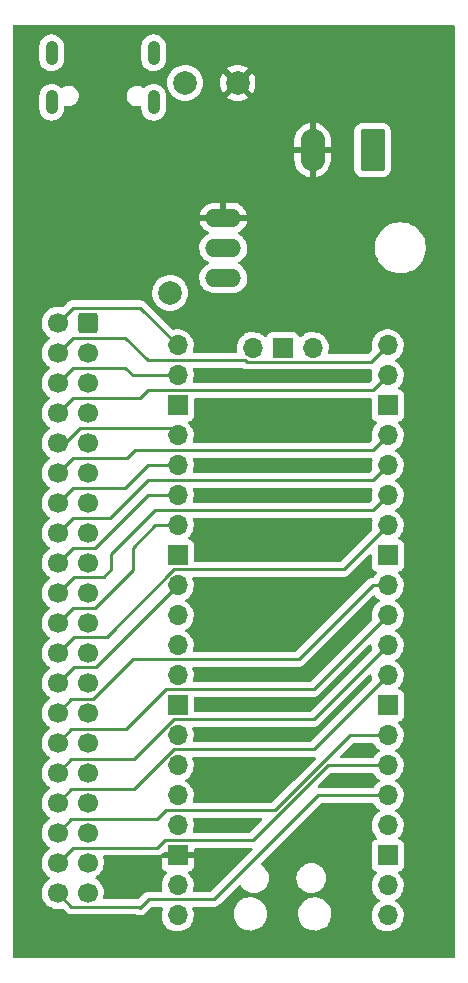
<source format=gbl>
%TF.GenerationSoftware,KiCad,Pcbnew,(6.0.4)*%
%TF.CreationDate,2022-07-27T17:53:15+02:00*%
%TF.ProjectId,Pi-pico-AD9854_adapter,50692d70-6963-46f2-9d41-44393835345f,rev?*%
%TF.SameCoordinates,Original*%
%TF.FileFunction,Copper,L2,Bot*%
%TF.FilePolarity,Positive*%
%FSLAX46Y46*%
G04 Gerber Fmt 4.6, Leading zero omitted, Abs format (unit mm)*
G04 Created by KiCad (PCBNEW (6.0.4)) date 2022-07-27 17:53:15*
%MOMM*%
%LPD*%
G01*
G04 APERTURE LIST*
G04 Aperture macros list*
%AMRoundRect*
0 Rectangle with rounded corners*
0 $1 Rounding radius*
0 $2 $3 $4 $5 $6 $7 $8 $9 X,Y pos of 4 corners*
0 Add a 4 corners polygon primitive as box body*
4,1,4,$2,$3,$4,$5,$6,$7,$8,$9,$2,$3,0*
0 Add four circle primitives for the rounded corners*
1,1,$1+$1,$2,$3*
1,1,$1+$1,$4,$5*
1,1,$1+$1,$6,$7*
1,1,$1+$1,$8,$9*
0 Add four rect primitives between the rounded corners*
20,1,$1+$1,$2,$3,$4,$5,0*
20,1,$1+$1,$4,$5,$6,$7,0*
20,1,$1+$1,$6,$7,$8,$9,0*
20,1,$1+$1,$8,$9,$2,$3,0*%
G04 Aperture macros list end*
%TA.AperFunction,ComponentPad*%
%ADD10O,3.048000X1.524000*%
%TD*%
%TA.AperFunction,ComponentPad*%
%ADD11C,2.000000*%
%TD*%
%TA.AperFunction,ComponentPad*%
%ADD12RoundRect,0.249999X0.790001X1.550001X-0.790001X1.550001X-0.790001X-1.550001X0.790001X-1.550001X0*%
%TD*%
%TA.AperFunction,ComponentPad*%
%ADD13O,2.080000X3.600000*%
%TD*%
%TA.AperFunction,ComponentPad*%
%ADD14O,1.700000X1.700000*%
%TD*%
%TA.AperFunction,ComponentPad*%
%ADD15R,1.700000X1.700000*%
%TD*%
%TA.AperFunction,ComponentPad*%
%ADD16O,1.050000X2.100000*%
%TD*%
%TA.AperFunction,ComponentPad*%
%ADD17RoundRect,0.250000X0.600000X0.600000X-0.600000X0.600000X-0.600000X-0.600000X0.600000X-0.600000X0*%
%TD*%
%TA.AperFunction,ComponentPad*%
%ADD18C,1.700000*%
%TD*%
%TA.AperFunction,ViaPad*%
%ADD19C,1.600000*%
%TD*%
%TA.AperFunction,ViaPad*%
%ADD20C,0.800000*%
%TD*%
%TA.AperFunction,Conductor*%
%ADD21C,0.250000*%
%TD*%
G04 APERTURE END LIST*
D10*
%TO.P,U2,1,GND*%
%TO.N,GND*%
X121983500Y-31750000D03*
%TO.P,U2,2,VO*%
%TO.N,+3V3*%
X121983500Y-34290000D03*
%TO.P,U2,3,VI*%
%TO.N,+5V*%
X121983500Y-36830000D03*
%TD*%
D11*
%TO.P,TP2,1,1*%
%TO.N,GND*%
X123190000Y-20320000D03*
%TD*%
D12*
%TO.P,J4,1,Pin_1*%
%TO.N,+3V3*%
X134620000Y-26002500D03*
D13*
%TO.P,J4,2,Pin_2*%
%TO.N,GND*%
X129540000Y-26002500D03*
%TD*%
D14*
%TO.P,U1,1,GPIO0*%
%TO.N,unconnected-(U1-Pad1)*%
X135890000Y-90805000D03*
%TO.P,U1,2,GPIO1*%
%TO.N,unconnected-(U1-Pad2)*%
X135890000Y-88265000D03*
D15*
%TO.P,U1,3,GND*%
%TO.N,unconnected-(U1-Pad3)*%
X135890000Y-85725000D03*
D14*
%TO.P,U1,4,GPIO2*%
%TO.N,FSK{slash}BPSK*%
X135890000Y-83185000D03*
%TO.P,U1,5,GPIO3*%
%TO.N,D7*%
X135890000Y-80645000D03*
%TO.P,U1,6,GPIO4*%
%TO.N,D6*%
X135890000Y-78105000D03*
%TO.P,U1,7,GPIO5*%
%TO.N,D5*%
X135890000Y-75565000D03*
D15*
%TO.P,U1,8,GND*%
%TO.N,unconnected-(U1-Pad8)*%
X135890000Y-73025000D03*
D14*
%TO.P,U1,9,GPIO6*%
%TO.N,D4*%
X135890000Y-70485000D03*
%TO.P,U1,10,GPIO7*%
%TO.N,D3*%
X135890000Y-67945000D03*
%TO.P,U1,11,GPIO8*%
%TO.N,D2*%
X135890000Y-65405000D03*
%TO.P,U1,12,GPIO9*%
%TO.N,D1*%
X135890000Y-62865000D03*
D15*
%TO.P,U1,13,GND*%
%TO.N,unconnected-(U1-Pad13)*%
X135890000Y-60325000D03*
D14*
%TO.P,U1,14,GPIO10*%
%TO.N,A5*%
X135890000Y-57785000D03*
%TO.P,U1,15,GPIO11*%
%TO.N,A3*%
X135890000Y-55245000D03*
%TO.P,U1,16,GPIO12*%
%TO.N,A1*%
X135890000Y-52705000D03*
%TO.P,U1,17,GPIO13*%
%TO.N,I{slash}O UD*%
X135890000Y-50165000D03*
D15*
%TO.P,U1,18,GND*%
%TO.N,unconnected-(U1-Pad18)*%
X135890000Y-47625000D03*
D14*
%TO.P,U1,19,GPIO14*%
%TO.N,RDB*%
X135890000Y-45085000D03*
%TO.P,U1,20,GPIO15*%
%TO.N,OSK*%
X135890000Y-42545000D03*
%TO.P,U1,21,GPIO16*%
%TO.N,MRESET*%
X118110000Y-42545000D03*
%TO.P,U1,22,GPIO17*%
%TO.N,PMODE*%
X118110000Y-45085000D03*
D15*
%TO.P,U1,23,GND*%
%TO.N,unconnected-(U1-Pad23)*%
X118110000Y-47625000D03*
D14*
%TO.P,U1,24,GPIO18*%
%TO.N,WRB*%
X118110000Y-50165000D03*
%TO.P,U1,25,GPIO19*%
%TO.N,A0*%
X118110000Y-52705000D03*
%TO.P,U1,26,GPIO20*%
%TO.N,A2*%
X118110000Y-55245000D03*
%TO.P,U1,27,GPIO21*%
%TO.N,A4*%
X118110000Y-57785000D03*
D15*
%TO.P,U1,28,GND*%
%TO.N,unconnected-(U1-Pad28)*%
X118110000Y-60325000D03*
D14*
%TO.P,U1,29,GPIO22*%
%TO.N,D0*%
X118110000Y-62865000D03*
%TO.P,U1,30,RUN*%
%TO.N,unconnected-(U1-Pad30)*%
X118110000Y-65405000D03*
%TO.P,U1,31,GPIO26_ADC0*%
%TO.N,unconnected-(U1-Pad31)*%
X118110000Y-67945000D03*
%TO.P,U1,32,GPIO27_ADC1*%
%TO.N,unconnected-(U1-Pad32)*%
X118110000Y-70485000D03*
D15*
%TO.P,U1,33,AGND*%
%TO.N,unconnected-(U1-Pad33)*%
X118110000Y-73025000D03*
D14*
%TO.P,U1,34,GPIO28_ADC2*%
%TO.N,unconnected-(U1-Pad34)*%
X118110000Y-75565000D03*
%TO.P,U1,35,ADC_VREF*%
%TO.N,unconnected-(U1-Pad35)*%
X118110000Y-78105000D03*
%TO.P,U1,36,3V3*%
%TO.N,unconnected-(U1-Pad36)*%
X118110000Y-80645000D03*
%TO.P,U1,37,3V3_EN*%
%TO.N,unconnected-(U1-Pad37)*%
X118110000Y-83185000D03*
D15*
%TO.P,U1,38,GND*%
%TO.N,GND*%
X118110000Y-85725000D03*
D14*
%TO.P,U1,39,VSYS*%
%TO.N,Net-(U1-Pad39)*%
X118110000Y-88265000D03*
%TO.P,U1,40,VBUS*%
%TO.N,Net-(U1-Pad40)*%
X118110000Y-90805000D03*
%TO.P,U1,41,SWCLK*%
%TO.N,unconnected-(U1-Pad41)*%
X129540000Y-42775000D03*
D15*
%TO.P,U1,42,GND*%
%TO.N,unconnected-(U1-Pad42)*%
X127000000Y-42775000D03*
D14*
%TO.P,U1,43,SWDIO*%
%TO.N,unconnected-(U1-Pad43)*%
X124460000Y-42775000D03*
%TD*%
D11*
%TO.P,TP1,1,1*%
%TO.N,+5V*%
X118745000Y-20320000D03*
%TD*%
D16*
%TO.P,J2,S1,SHIELD*%
%TO.N,Net-(J2-PadS1)*%
X116080000Y-21960000D03*
X107440000Y-21960000D03*
X116080000Y-17780000D03*
X107440000Y-17780000D03*
%TD*%
D11*
%TO.P,J3,1,Pin_1*%
%TO.N,FSK{slash}BPSK*%
X117475000Y-38100000D03*
%TD*%
D17*
%TO.P,J1,1,Pin_1*%
%TO.N,unconnected-(J1-Pad1)*%
X110490000Y-40640000D03*
D18*
%TO.P,J1,2,Pin_2*%
%TO.N,MRESET*%
X107950000Y-40640000D03*
%TO.P,J1,3,Pin_3*%
%TO.N,unconnected-(J1-Pad3)*%
X110490000Y-43180000D03*
%TO.P,J1,4,Pin_4*%
%TO.N,OSK*%
X107950000Y-43180000D03*
%TO.P,J1,5,Pin_5*%
%TO.N,unconnected-(J1-Pad5)*%
X110490000Y-45720000D03*
%TO.P,J1,6,Pin_6*%
%TO.N,PMODE*%
X107950000Y-45720000D03*
%TO.P,J1,7,Pin_7*%
%TO.N,unconnected-(J1-Pad7)*%
X110490000Y-48260000D03*
%TO.P,J1,8,Pin_8*%
%TO.N,RDB*%
X107950000Y-48260000D03*
%TO.P,J1,9,Pin_9*%
%TO.N,unconnected-(J1-Pad9)*%
X110490000Y-50800000D03*
%TO.P,J1,10,Pin_10*%
%TO.N,WRB*%
X107950000Y-50800000D03*
%TO.P,J1,11,Pin_11*%
%TO.N,unconnected-(J1-Pad11)*%
X110490000Y-53340000D03*
%TO.P,J1,12,Pin_12*%
%TO.N,I{slash}O UD*%
X107950000Y-53340000D03*
%TO.P,J1,13,Pin_13*%
%TO.N,unconnected-(J1-Pad13)*%
X110490000Y-55880000D03*
%TO.P,J1,14,Pin_14*%
%TO.N,A0*%
X107950000Y-55880000D03*
%TO.P,J1,15,Pin_15*%
%TO.N,unconnected-(J1-Pad15)*%
X110490000Y-58420000D03*
%TO.P,J1,16,Pin_16*%
%TO.N,A1*%
X107950000Y-58420000D03*
%TO.P,J1,17,Pin_17*%
%TO.N,unconnected-(J1-Pad17)*%
X110490000Y-60960000D03*
%TO.P,J1,18,Pin_18*%
%TO.N,A2*%
X107950000Y-60960000D03*
%TO.P,J1,19,Pin_19*%
%TO.N,unconnected-(J1-Pad19)*%
X110490000Y-63500000D03*
%TO.P,J1,20,Pin_20*%
%TO.N,A3*%
X107950000Y-63500000D03*
%TO.P,J1,21,Pin_21*%
%TO.N,unconnected-(J1-Pad21)*%
X110490000Y-66040000D03*
%TO.P,J1,22,Pin_22*%
%TO.N,A4*%
X107950000Y-66040000D03*
%TO.P,J1,23,Pin_23*%
%TO.N,unconnected-(J1-Pad23)*%
X110490000Y-68580000D03*
%TO.P,J1,24,Pin_24*%
%TO.N,A5*%
X107950000Y-68580000D03*
%TO.P,J1,25,Pin_25*%
%TO.N,unconnected-(J1-Pad25)*%
X110490000Y-71120000D03*
%TO.P,J1,26,Pin_26*%
%TO.N,D0*%
X107950000Y-71120000D03*
%TO.P,J1,27,Pin_27*%
%TO.N,unconnected-(J1-Pad27)*%
X110490000Y-73660000D03*
%TO.P,J1,28,Pin_28*%
%TO.N,D1*%
X107950000Y-73660000D03*
%TO.P,J1,29,Pin_29*%
%TO.N,unconnected-(J1-Pad29)*%
X110490000Y-76200000D03*
%TO.P,J1,30,Pin_30*%
%TO.N,D2*%
X107950000Y-76200000D03*
%TO.P,J1,31,Pin_31*%
%TO.N,unconnected-(J1-Pad31)*%
X110490000Y-78740000D03*
%TO.P,J1,32,Pin_32*%
%TO.N,D3*%
X107950000Y-78740000D03*
%TO.P,J1,33,Pin_33*%
%TO.N,unconnected-(J1-Pad33)*%
X110490000Y-81280000D03*
%TO.P,J1,34,Pin_34*%
%TO.N,D4*%
X107950000Y-81280000D03*
%TO.P,J1,35,Pin_35*%
%TO.N,unconnected-(J1-Pad35)*%
X110490000Y-83820000D03*
%TO.P,J1,36,Pin_36*%
%TO.N,D5*%
X107950000Y-83820000D03*
%TO.P,J1,37,Pin_37*%
%TO.N,unconnected-(J1-Pad37)*%
X110490000Y-86360000D03*
%TO.P,J1,38,Pin_38*%
%TO.N,D6*%
X107950000Y-86360000D03*
%TO.P,J1,39,Pin_39*%
%TO.N,unconnected-(J1-Pad39)*%
X110490000Y-88900000D03*
%TO.P,J1,40,Pin_40*%
%TO.N,D7*%
X107950000Y-88900000D03*
%TD*%
D19*
%TO.N,GND*%
X140335000Y-93345000D03*
D20*
X132080000Y-79375000D03*
D19*
X111760000Y-19642500D03*
D20*
X121285000Y-67945000D03*
D19*
X114300000Y-26670000D03*
D20*
X121285000Y-73025000D03*
D19*
X140335000Y-17145000D03*
D20*
X121285000Y-83185000D03*
X121285000Y-45085000D03*
D19*
X124460000Y-49530000D03*
X107315000Y-37465000D03*
D20*
X121285000Y-55245000D03*
X121285000Y-70485000D03*
D19*
X105410000Y-17145000D03*
D20*
X121285000Y-75565000D03*
X116840000Y-24765000D03*
X121285000Y-60325000D03*
X121285000Y-79375000D03*
X133350000Y-76835000D03*
D19*
X105410000Y-93345000D03*
D20*
X121285000Y-52705000D03*
%TD*%
D21*
%TO.N,D7*%
X114935000Y-90170000D02*
X115665489Y-89439511D01*
X107950000Y-88900000D02*
X109124511Y-90074511D01*
X121190175Y-89439511D02*
X129984686Y-80645000D01*
X115665489Y-89439511D02*
X121190175Y-89439511D01*
X109124511Y-90074511D02*
X114839511Y-90074511D01*
X129984686Y-80645000D02*
X135890000Y-80645000D01*
X114839511Y-90074511D02*
X114935000Y-90170000D01*
%TO.N,D6*%
X124460000Y-84455000D02*
X130810000Y-78105000D01*
X130810000Y-78105000D02*
X135890000Y-78105000D01*
X116395978Y-85090000D02*
X117030978Y-84455000D01*
X117030978Y-84455000D02*
X124460000Y-84455000D01*
X107950000Y-86360000D02*
X109220000Y-85090000D01*
X109220000Y-85090000D02*
X116395978Y-85090000D01*
%TO.N,D5*%
X107950000Y-83820000D02*
X109124511Y-82645489D01*
X126364282Y-81915000D02*
X132714282Y-75565000D01*
X109124511Y-82645489D02*
X116395978Y-82645489D01*
X132714282Y-75565000D02*
X135890000Y-75565000D01*
X117126467Y-81915000D02*
X126364282Y-81915000D01*
X116395978Y-82645489D02*
X117126467Y-81915000D01*
%TO.N,D4*%
X129635489Y-76739511D02*
X135890000Y-70485000D01*
X114448501Y-80105489D02*
X117814479Y-76739511D01*
X117814479Y-76739511D02*
X129635489Y-76739511D01*
X109124511Y-80105489D02*
X114448501Y-80105489D01*
X107950000Y-81280000D02*
X109124511Y-80105489D01*
%TO.N,D3*%
X114448501Y-77565489D02*
X117814479Y-74199511D01*
X129635489Y-74199511D02*
X135890000Y-67945000D01*
X117814479Y-74199511D02*
X129635489Y-74199511D01*
X107950000Y-78740000D02*
X109124511Y-77565489D01*
X109124511Y-77565489D02*
X114448501Y-77565489D01*
%TO.N,D2*%
X107950000Y-76200000D02*
X109124511Y-75025489D01*
X117126467Y-71659511D02*
X129635489Y-71659511D01*
X129635489Y-71659511D02*
X135890000Y-65405000D01*
X109124511Y-75025489D02*
X113760489Y-75025489D01*
X113760489Y-75025489D02*
X117126467Y-71659511D01*
%TO.N,D1*%
X110976499Y-72485489D02*
X114342477Y-69119511D01*
X107950000Y-73660000D02*
X109124511Y-72485489D01*
X114342477Y-69119511D02*
X128365489Y-69119511D01*
X134620000Y-62865000D02*
X135890000Y-62865000D01*
X109124511Y-72485489D02*
X110976499Y-72485489D01*
X128365489Y-69119511D02*
X134620000Y-62865000D01*
%TO.N,D0*%
X109315489Y-69754511D02*
X111220489Y-69754511D01*
X111220489Y-69754511D02*
X118110000Y-62865000D01*
X107950000Y-71120000D02*
X109315489Y-69754511D01*
%TO.N,A5*%
X117814479Y-61499511D02*
X132175489Y-61499511D01*
X109315489Y-67214511D02*
X112099479Y-67214511D01*
X132175489Y-61499511D02*
X135890000Y-57785000D01*
X107950000Y-68580000D02*
X109315489Y-67214511D01*
X112099479Y-67214511D02*
X117814479Y-61499511D01*
%TO.N,A4*%
X114300000Y-59690000D02*
X116205000Y-57785000D01*
X111125000Y-64770000D02*
X114300000Y-61595000D01*
X114300000Y-61595000D02*
X114300000Y-59690000D01*
X116205000Y-57785000D02*
X118110000Y-57785000D01*
X109220000Y-64770000D02*
X111125000Y-64770000D01*
X107950000Y-66040000D02*
X109220000Y-64770000D01*
%TO.N,A3*%
X107950000Y-63500000D02*
X109315489Y-62134511D01*
X112491207Y-60228793D02*
X116205000Y-56515000D01*
X134620000Y-56515000D02*
X135890000Y-55245000D01*
X109315489Y-62134511D02*
X111855489Y-62134511D01*
X112491207Y-61498793D02*
X112491207Y-60228793D01*
X111855489Y-62134511D02*
X112491207Y-61498793D01*
X116205000Y-56515000D02*
X134620000Y-56515000D01*
%TO.N,A2*%
X115570000Y-55245000D02*
X118110000Y-55245000D01*
X109220000Y-59690000D02*
X111125000Y-59690000D01*
X107950000Y-60960000D02*
X109220000Y-59690000D01*
X111125000Y-59690000D02*
X115570000Y-55245000D01*
%TO.N,A1*%
X109220000Y-57150000D02*
X112395000Y-57150000D01*
X115570000Y-53975000D02*
X134620000Y-53975000D01*
X107950000Y-58420000D02*
X109220000Y-57150000D01*
X134620000Y-53975000D02*
X135890000Y-52705000D01*
X112395000Y-57150000D02*
X115570000Y-53975000D01*
%TO.N,A0*%
X113665000Y-54610000D02*
X115570000Y-52705000D01*
X109220000Y-54610000D02*
X113665000Y-54610000D01*
X107950000Y-55880000D02*
X109220000Y-54610000D01*
X115570000Y-52705000D02*
X118110000Y-52705000D01*
%TO.N,I{slash}O UD*%
X109220000Y-52070000D02*
X113860505Y-52070000D01*
X113860505Y-52070000D02*
X114495505Y-51435000D01*
X107950000Y-53340000D02*
X109220000Y-52070000D01*
X114495505Y-51435000D02*
X134620000Y-51435000D01*
X134620000Y-51435000D02*
X135890000Y-50165000D01*
%TO.N,WRB*%
X109855000Y-49530000D02*
X117475000Y-49530000D01*
X117475000Y-49530000D02*
X118110000Y-50165000D01*
X107950000Y-51435000D02*
X109855000Y-49530000D01*
X107950000Y-50800000D02*
X107950000Y-51435000D01*
%TO.N,RDB*%
X134620000Y-46355000D02*
X135890000Y-45085000D01*
X115570000Y-46355000D02*
X134620000Y-46355000D01*
X107950000Y-48260000D02*
X109220000Y-46990000D01*
X109220000Y-46990000D02*
X114935000Y-46990000D01*
X114935000Y-46990000D02*
X115570000Y-46355000D01*
%TO.N,PMODE*%
X109220000Y-44450000D02*
X113665000Y-44450000D01*
X114300000Y-45085000D02*
X118110000Y-45085000D01*
X107950000Y-45720000D02*
X109220000Y-44450000D01*
X113665000Y-44450000D02*
X114300000Y-45085000D01*
%TO.N,OSK*%
X107950000Y-43180000D02*
X109220000Y-41910000D01*
X123973501Y-43949511D02*
X134485489Y-43949511D01*
X113665000Y-41910000D02*
X115570000Y-43815000D01*
X123838990Y-43815000D02*
X123973501Y-43949511D01*
X109220000Y-41910000D02*
X113665000Y-41910000D01*
X115570000Y-43815000D02*
X123838990Y-43815000D01*
X134485489Y-43949511D02*
X135890000Y-42545000D01*
%TO.N,MRESET*%
X107950000Y-40640000D02*
X109220000Y-39370000D01*
X114935000Y-39370000D02*
X118110000Y-42545000D01*
X109220000Y-39370000D02*
X114935000Y-39370000D01*
%TD*%
%TA.AperFunction,Conductor*%
%TO.N,GND*%
G36*
X141547121Y-15451002D02*
G01*
X141593614Y-15504658D01*
X141605000Y-15557000D01*
X141605000Y-94298000D01*
X141584998Y-94366121D01*
X141531342Y-94412614D01*
X141479000Y-94424000D01*
X104266000Y-94424000D01*
X104197879Y-94403998D01*
X104151386Y-94350342D01*
X104140000Y-94298000D01*
X104140000Y-88866695D01*
X106587251Y-88866695D01*
X106587548Y-88871848D01*
X106587548Y-88871851D01*
X106595404Y-89008104D01*
X106600110Y-89089715D01*
X106601247Y-89094761D01*
X106601248Y-89094767D01*
X106621119Y-89182939D01*
X106649222Y-89307639D01*
X106696664Y-89424476D01*
X106727742Y-89501011D01*
X106733266Y-89514616D01*
X106762081Y-89561638D01*
X106817153Y-89651507D01*
X106849987Y-89705088D01*
X106996250Y-89873938D01*
X107168126Y-90016632D01*
X107361000Y-90129338D01*
X107569692Y-90209030D01*
X107574760Y-90210061D01*
X107574763Y-90210062D01*
X107645945Y-90224544D01*
X107788597Y-90253567D01*
X107793772Y-90253757D01*
X107793774Y-90253757D01*
X108006673Y-90261564D01*
X108006677Y-90261564D01*
X108011837Y-90261753D01*
X108016957Y-90261097D01*
X108016959Y-90261097D01*
X108228288Y-90234025D01*
X108228289Y-90234025D01*
X108233416Y-90233368D01*
X108238367Y-90231883D01*
X108238370Y-90231882D01*
X108279829Y-90219444D01*
X108350825Y-90219028D01*
X108405131Y-90251035D01*
X108620854Y-90466758D01*
X108628398Y-90475048D01*
X108632511Y-90481529D01*
X108638288Y-90486954D01*
X108682178Y-90528169D01*
X108685020Y-90530924D01*
X108704741Y-90550645D01*
X108707936Y-90553123D01*
X108716958Y-90560829D01*
X108749190Y-90591097D01*
X108756139Y-90594917D01*
X108766943Y-90600857D01*
X108783467Y-90611710D01*
X108799470Y-90624124D01*
X108840054Y-90641687D01*
X108850684Y-90646894D01*
X108889451Y-90668206D01*
X108897128Y-90670177D01*
X108897133Y-90670179D01*
X108909069Y-90673243D01*
X108927777Y-90679648D01*
X108946366Y-90687692D01*
X108954191Y-90688931D01*
X108954193Y-90688932D01*
X108990030Y-90694608D01*
X109001651Y-90697015D01*
X109036800Y-90706039D01*
X109044481Y-90708011D01*
X109064742Y-90708011D01*
X109084451Y-90709562D01*
X109104454Y-90712730D01*
X109112346Y-90711984D01*
X109117573Y-90711490D01*
X109148465Y-90708570D01*
X109160322Y-90708011D01*
X114557821Y-90708011D01*
X114608929Y-90721991D01*
X114609958Y-90719614D01*
X114644323Y-90734485D01*
X114661073Y-90741733D01*
X114661507Y-90741921D01*
X114668642Y-90745278D01*
X114718704Y-90770785D01*
X114726749Y-90772583D01*
X114749294Y-90779909D01*
X114756855Y-90783181D01*
X114802894Y-90790473D01*
X114812326Y-90791967D01*
X114820101Y-90793451D01*
X114842135Y-90798376D01*
X114874909Y-90805702D01*
X114882832Y-90805453D01*
X114882833Y-90805453D01*
X114882894Y-90805451D01*
X114883144Y-90805443D01*
X114906815Y-90806933D01*
X114907111Y-90806980D01*
X114907114Y-90806980D01*
X114914943Y-90808220D01*
X114922835Y-90807474D01*
X114922836Y-90807474D01*
X114970858Y-90802935D01*
X114978755Y-90802438D01*
X115011972Y-90801393D01*
X115034889Y-90800673D01*
X115042798Y-90798375D01*
X115066094Y-90793932D01*
X115066404Y-90793903D01*
X115066407Y-90793902D01*
X115074292Y-90793157D01*
X115127144Y-90774129D01*
X115134673Y-90771683D01*
X115180981Y-90758230D01*
X115180985Y-90758228D01*
X115188593Y-90756018D01*
X115195416Y-90751983D01*
X115195420Y-90751981D01*
X115195688Y-90751823D01*
X115217132Y-90741733D01*
X115217423Y-90741628D01*
X115217431Y-90741624D01*
X115224889Y-90738939D01*
X115271365Y-90707354D01*
X115277996Y-90703145D01*
X115326362Y-90674542D01*
X115332182Y-90668722D01*
X115350453Y-90653606D01*
X115350710Y-90653431D01*
X115357271Y-90648972D01*
X115364768Y-90640469D01*
X115394418Y-90606837D01*
X115399837Y-90601067D01*
X115890988Y-90109916D01*
X115953300Y-90075890D01*
X115980083Y-90073011D01*
X116754576Y-90073011D01*
X116822697Y-90093013D01*
X116869190Y-90146669D01*
X116879294Y-90216943D01*
X116868864Y-90252061D01*
X116868645Y-90252534D01*
X116830688Y-90334305D01*
X116770989Y-90549570D01*
X116747251Y-90771695D01*
X116747548Y-90776848D01*
X116747548Y-90776851D01*
X116753011Y-90871590D01*
X116760110Y-90994715D01*
X116761247Y-90999761D01*
X116761248Y-90999767D01*
X116781119Y-91087939D01*
X116809222Y-91212639D01*
X116849346Y-91311453D01*
X116884602Y-91398278D01*
X116893266Y-91419616D01*
X117009987Y-91610088D01*
X117156250Y-91778938D01*
X117328126Y-91921632D01*
X117521000Y-92034338D01*
X117729692Y-92114030D01*
X117734760Y-92115061D01*
X117734763Y-92115062D01*
X117842017Y-92136883D01*
X117948597Y-92158567D01*
X117953772Y-92158757D01*
X117953774Y-92158757D01*
X118166673Y-92166564D01*
X118166677Y-92166564D01*
X118171837Y-92166753D01*
X118176957Y-92166097D01*
X118176959Y-92166097D01*
X118388288Y-92139025D01*
X118388289Y-92139025D01*
X118393416Y-92138368D01*
X118398366Y-92136883D01*
X118602429Y-92075661D01*
X118602434Y-92075659D01*
X118607384Y-92074174D01*
X118807994Y-91975896D01*
X118989860Y-91846173D01*
X119148096Y-91688489D01*
X119207594Y-91605689D01*
X119275435Y-91511277D01*
X119278453Y-91507077D01*
X119327857Y-91407116D01*
X119375136Y-91311453D01*
X119375137Y-91311451D01*
X119377430Y-91306811D01*
X119442370Y-91093069D01*
X119471529Y-90871590D01*
X119473156Y-90805000D01*
X119459629Y-90640469D01*
X122862095Y-90640469D01*
X122862392Y-90645622D01*
X122862392Y-90645625D01*
X122871724Y-90807474D01*
X122875427Y-90871697D01*
X122876564Y-90876743D01*
X122876565Y-90876749D01*
X122901986Y-90989547D01*
X122926346Y-91097642D01*
X122928288Y-91102424D01*
X122928289Y-91102428D01*
X122973041Y-91212639D01*
X123013484Y-91312237D01*
X123134501Y-91509719D01*
X123286147Y-91684784D01*
X123464349Y-91832730D01*
X123664322Y-91949584D01*
X123880694Y-92032209D01*
X123885760Y-92033240D01*
X123885761Y-92033240D01*
X123891158Y-92034338D01*
X124107656Y-92078385D01*
X124238324Y-92083176D01*
X124333949Y-92086683D01*
X124333953Y-92086683D01*
X124339113Y-92086872D01*
X124344233Y-92086216D01*
X124344235Y-92086216D01*
X124456025Y-92071895D01*
X124568847Y-92057442D01*
X124573795Y-92055957D01*
X124573802Y-92055956D01*
X124785747Y-91992369D01*
X124790690Y-91990886D01*
X124816641Y-91978173D01*
X124994049Y-91891262D01*
X124994052Y-91891260D01*
X124998684Y-91888991D01*
X125187243Y-91754494D01*
X125351303Y-91591005D01*
X125486458Y-91402917D01*
X125533641Y-91307450D01*
X125586784Y-91199922D01*
X125586785Y-91199920D01*
X125589078Y-91195280D01*
X125656408Y-90973671D01*
X125686640Y-90744041D01*
X125686765Y-90738939D01*
X125688245Y-90678365D01*
X125688245Y-90678361D01*
X125688327Y-90675000D01*
X125685488Y-90640469D01*
X128312095Y-90640469D01*
X128312392Y-90645622D01*
X128312392Y-90645625D01*
X128321724Y-90807474D01*
X128325427Y-90871697D01*
X128326564Y-90876743D01*
X128326565Y-90876749D01*
X128351986Y-90989547D01*
X128376346Y-91097642D01*
X128378288Y-91102424D01*
X128378289Y-91102428D01*
X128423041Y-91212639D01*
X128463484Y-91312237D01*
X128584501Y-91509719D01*
X128736147Y-91684784D01*
X128914349Y-91832730D01*
X129114322Y-91949584D01*
X129330694Y-92032209D01*
X129335760Y-92033240D01*
X129335761Y-92033240D01*
X129341158Y-92034338D01*
X129557656Y-92078385D01*
X129688324Y-92083176D01*
X129783949Y-92086683D01*
X129783953Y-92086683D01*
X129789113Y-92086872D01*
X129794233Y-92086216D01*
X129794235Y-92086216D01*
X129906025Y-92071895D01*
X130018847Y-92057442D01*
X130023795Y-92055957D01*
X130023802Y-92055956D01*
X130235747Y-91992369D01*
X130240690Y-91990886D01*
X130266641Y-91978173D01*
X130444049Y-91891262D01*
X130444052Y-91891260D01*
X130448684Y-91888991D01*
X130637243Y-91754494D01*
X130801303Y-91591005D01*
X130936458Y-91402917D01*
X130983641Y-91307450D01*
X131036784Y-91199922D01*
X131036785Y-91199920D01*
X131039078Y-91195280D01*
X131106408Y-90973671D01*
X131136640Y-90744041D01*
X131136765Y-90738939D01*
X131138245Y-90678365D01*
X131138245Y-90678361D01*
X131138327Y-90675000D01*
X131130298Y-90577342D01*
X131119773Y-90449318D01*
X131119772Y-90449312D01*
X131119349Y-90444167D01*
X131073530Y-90261753D01*
X131064184Y-90224544D01*
X131064183Y-90224540D01*
X131062925Y-90219533D01*
X131053483Y-90197817D01*
X130972630Y-90011868D01*
X130972628Y-90011865D01*
X130970570Y-90007131D01*
X130844764Y-89812665D01*
X130688887Y-89641358D01*
X130684836Y-89638159D01*
X130684832Y-89638155D01*
X130511177Y-89501011D01*
X130511172Y-89501008D01*
X130507123Y-89497810D01*
X130502607Y-89495317D01*
X130502604Y-89495315D01*
X130308879Y-89388373D01*
X130308875Y-89388371D01*
X130304355Y-89385876D01*
X130299486Y-89384152D01*
X130299482Y-89384150D01*
X130090903Y-89310288D01*
X130090899Y-89310287D01*
X130086028Y-89308562D01*
X130080935Y-89307655D01*
X130080932Y-89307654D01*
X129863095Y-89268851D01*
X129863089Y-89268850D01*
X129858006Y-89267945D01*
X129785096Y-89267054D01*
X129631581Y-89265179D01*
X129631579Y-89265179D01*
X129626411Y-89265116D01*
X129397464Y-89300150D01*
X129177314Y-89372106D01*
X129172726Y-89374494D01*
X129172722Y-89374496D01*
X129044948Y-89441011D01*
X128971872Y-89479052D01*
X128967739Y-89482155D01*
X128967736Y-89482157D01*
X128790790Y-89615012D01*
X128786655Y-89618117D01*
X128626639Y-89785564D01*
X128623725Y-89789836D01*
X128623724Y-89789837D01*
X128608694Y-89811870D01*
X128496119Y-89976899D01*
X128398602Y-90186981D01*
X128336707Y-90410169D01*
X128312095Y-90640469D01*
X125685488Y-90640469D01*
X125680298Y-90577342D01*
X125669773Y-90449318D01*
X125669772Y-90449312D01*
X125669349Y-90444167D01*
X125623530Y-90261753D01*
X125614184Y-90224544D01*
X125614183Y-90224540D01*
X125612925Y-90219533D01*
X125603483Y-90197817D01*
X125522630Y-90011868D01*
X125522628Y-90011865D01*
X125520570Y-90007131D01*
X125394764Y-89812665D01*
X125238887Y-89641358D01*
X125234836Y-89638159D01*
X125234832Y-89638155D01*
X125061177Y-89501011D01*
X125061172Y-89501008D01*
X125057123Y-89497810D01*
X125052607Y-89495317D01*
X125052604Y-89495315D01*
X124858879Y-89388373D01*
X124858875Y-89388371D01*
X124854355Y-89385876D01*
X124849486Y-89384152D01*
X124849482Y-89384150D01*
X124640903Y-89310288D01*
X124640899Y-89310287D01*
X124636028Y-89308562D01*
X124630935Y-89307655D01*
X124630932Y-89307654D01*
X124413095Y-89268851D01*
X124413089Y-89268850D01*
X124408006Y-89267945D01*
X124335096Y-89267054D01*
X124181581Y-89265179D01*
X124181579Y-89265179D01*
X124176411Y-89265116D01*
X123947464Y-89300150D01*
X123727314Y-89372106D01*
X123722726Y-89374494D01*
X123722722Y-89374496D01*
X123594948Y-89441011D01*
X123521872Y-89479052D01*
X123517739Y-89482155D01*
X123517736Y-89482157D01*
X123340790Y-89615012D01*
X123336655Y-89618117D01*
X123176639Y-89785564D01*
X123173725Y-89789836D01*
X123173724Y-89789837D01*
X123158694Y-89811870D01*
X123046119Y-89976899D01*
X122948602Y-90186981D01*
X122886707Y-90410169D01*
X122862095Y-90640469D01*
X119459629Y-90640469D01*
X119454852Y-90582361D01*
X119400431Y-90365702D01*
X119349797Y-90249252D01*
X119340977Y-90178807D01*
X119371644Y-90114775D01*
X119432060Y-90077487D01*
X119465347Y-90073011D01*
X121111408Y-90073011D01*
X121122591Y-90073538D01*
X121130084Y-90075213D01*
X121138010Y-90074964D01*
X121138011Y-90074964D01*
X121198161Y-90073073D01*
X121202120Y-90073011D01*
X121230031Y-90073011D01*
X121233966Y-90072514D01*
X121234031Y-90072506D01*
X121245868Y-90071573D01*
X121278126Y-90070559D01*
X121282145Y-90070433D01*
X121290064Y-90070184D01*
X121309518Y-90064532D01*
X121328875Y-90060524D01*
X121341105Y-90058979D01*
X121341106Y-90058979D01*
X121348972Y-90057985D01*
X121356343Y-90055066D01*
X121356345Y-90055066D01*
X121390087Y-90041707D01*
X121401317Y-90037862D01*
X121436158Y-90027740D01*
X121436159Y-90027740D01*
X121443768Y-90025529D01*
X121450587Y-90021496D01*
X121450592Y-90021494D01*
X121461203Y-90015218D01*
X121478951Y-90006523D01*
X121497792Y-89999063D01*
X121533562Y-89973075D01*
X121543482Y-89966559D01*
X121574710Y-89948091D01*
X121574713Y-89948089D01*
X121581537Y-89944053D01*
X121595858Y-89929732D01*
X121610892Y-89916891D01*
X121620869Y-89909642D01*
X121627282Y-89904983D01*
X121655473Y-89870906D01*
X121663463Y-89862127D01*
X123280263Y-88245328D01*
X123342575Y-88211302D01*
X123413391Y-88216367D01*
X123470226Y-88258914D01*
X123478474Y-88271418D01*
X123478624Y-88271678D01*
X123480944Y-88276653D01*
X123517066Y-88328240D01*
X123602006Y-88449547D01*
X123607251Y-88457038D01*
X123762962Y-88612749D01*
X123767471Y-88615906D01*
X123767473Y-88615908D01*
X123833412Y-88662079D01*
X123943346Y-88739056D01*
X124142924Y-88832120D01*
X124355629Y-88889115D01*
X124575000Y-88908307D01*
X124794371Y-88889115D01*
X125007076Y-88832120D01*
X125206654Y-88739056D01*
X125316588Y-88662079D01*
X125382527Y-88615908D01*
X125382529Y-88615906D01*
X125387038Y-88612749D01*
X125542749Y-88457038D01*
X125547995Y-88449547D01*
X125665899Y-88281162D01*
X125665904Y-88281154D01*
X125669056Y-88276653D01*
X125671379Y-88271671D01*
X125671382Y-88271666D01*
X125759795Y-88082061D01*
X125762120Y-88077076D01*
X125819115Y-87864371D01*
X125838307Y-87645000D01*
X128161693Y-87645000D01*
X128180885Y-87864371D01*
X128237880Y-88077076D01*
X128240205Y-88082061D01*
X128328618Y-88271666D01*
X128328621Y-88271671D01*
X128330944Y-88276653D01*
X128334096Y-88281154D01*
X128334101Y-88281162D01*
X128452006Y-88449547D01*
X128457251Y-88457038D01*
X128612962Y-88612749D01*
X128617471Y-88615906D01*
X128617473Y-88615908D01*
X128683412Y-88662079D01*
X128793346Y-88739056D01*
X128992924Y-88832120D01*
X129205629Y-88889115D01*
X129425000Y-88908307D01*
X129644371Y-88889115D01*
X129857076Y-88832120D01*
X130056654Y-88739056D01*
X130166588Y-88662079D01*
X130232527Y-88615908D01*
X130232529Y-88615906D01*
X130237038Y-88612749D01*
X130392749Y-88457038D01*
X130397995Y-88449547D01*
X130515899Y-88281162D01*
X130515904Y-88281154D01*
X130519056Y-88276653D01*
X130521379Y-88271671D01*
X130521382Y-88271666D01*
X130609795Y-88082061D01*
X130612120Y-88077076D01*
X130669115Y-87864371D01*
X130688307Y-87645000D01*
X130669115Y-87425629D01*
X130612120Y-87212924D01*
X130545074Y-87069142D01*
X130521382Y-87018334D01*
X130521379Y-87018329D01*
X130519056Y-87013347D01*
X130515562Y-87008357D01*
X130395908Y-86837473D01*
X130395906Y-86837470D01*
X130392749Y-86832962D01*
X130237038Y-86677251D01*
X130056654Y-86550944D01*
X129857076Y-86457880D01*
X129644371Y-86400885D01*
X129425000Y-86381693D01*
X129205629Y-86400885D01*
X128992924Y-86457880D01*
X128908831Y-86497093D01*
X128798334Y-86548618D01*
X128798329Y-86548621D01*
X128793347Y-86550944D01*
X128788843Y-86554098D01*
X128788838Y-86554101D01*
X128617473Y-86674092D01*
X128617470Y-86674094D01*
X128612962Y-86677251D01*
X128457251Y-86832962D01*
X128454094Y-86837470D01*
X128454092Y-86837473D01*
X128334438Y-87008357D01*
X128330944Y-87013347D01*
X128328621Y-87018329D01*
X128328618Y-87018334D01*
X128304926Y-87069142D01*
X128237880Y-87212924D01*
X128180885Y-87425629D01*
X128161693Y-87645000D01*
X125838307Y-87645000D01*
X125819115Y-87425629D01*
X125762120Y-87212924D01*
X125695074Y-87069142D01*
X125671382Y-87018334D01*
X125671379Y-87018329D01*
X125669056Y-87013347D01*
X125665562Y-87008357D01*
X125545908Y-86837473D01*
X125545906Y-86837470D01*
X125542749Y-86832962D01*
X125387038Y-86677251D01*
X125382527Y-86674092D01*
X125211159Y-86554098D01*
X125211155Y-86554096D01*
X125206654Y-86550944D01*
X125201672Y-86548621D01*
X125201421Y-86548476D01*
X125152429Y-86497093D01*
X125138994Y-86427379D01*
X125165381Y-86361469D01*
X125175328Y-86350263D01*
X130210186Y-81315405D01*
X130272498Y-81281379D01*
X130299281Y-81278500D01*
X134614274Y-81278500D01*
X134682395Y-81298502D01*
X134721707Y-81338665D01*
X134726862Y-81347077D01*
X134789987Y-81450088D01*
X134936250Y-81618938D01*
X135108126Y-81761632D01*
X135150594Y-81786448D01*
X135181445Y-81804476D01*
X135230169Y-81856114D01*
X135243240Y-81925897D01*
X135216509Y-81991669D01*
X135176055Y-82025027D01*
X135163607Y-82031507D01*
X135159474Y-82034610D01*
X135159471Y-82034612D01*
X134989100Y-82162530D01*
X134984965Y-82165635D01*
X134830629Y-82327138D01*
X134704743Y-82511680D01*
X134610688Y-82714305D01*
X134550989Y-82929570D01*
X134527251Y-83151695D01*
X134527548Y-83156848D01*
X134527548Y-83156851D01*
X134536181Y-83306580D01*
X134540110Y-83374715D01*
X134541247Y-83379761D01*
X134541248Y-83379767D01*
X134541459Y-83380702D01*
X134589222Y-83592639D01*
X134627461Y-83686811D01*
X134667167Y-83784595D01*
X134673266Y-83799616D01*
X134695970Y-83836665D01*
X134782347Y-83977620D01*
X134789987Y-83990088D01*
X134936250Y-84158938D01*
X134940230Y-84162242D01*
X134944981Y-84166187D01*
X134984616Y-84225090D01*
X134986113Y-84296071D01*
X134948997Y-84356593D01*
X134908725Y-84381112D01*
X134812751Y-84417091D01*
X134793295Y-84424385D01*
X134676739Y-84511739D01*
X134589385Y-84628295D01*
X134538255Y-84764684D01*
X134531500Y-84826866D01*
X134531500Y-86623134D01*
X134538255Y-86685316D01*
X134589385Y-86821705D01*
X134676739Y-86938261D01*
X134793295Y-87025615D01*
X134801704Y-87028767D01*
X134801705Y-87028768D01*
X134910451Y-87069535D01*
X134967216Y-87112176D01*
X134991916Y-87178738D01*
X134976709Y-87248087D01*
X134957316Y-87274568D01*
X134839812Y-87397529D01*
X134830629Y-87407138D01*
X134827715Y-87411410D01*
X134827714Y-87411411D01*
X134818015Y-87425629D01*
X134704743Y-87591680D01*
X134610688Y-87794305D01*
X134550989Y-88009570D01*
X134527251Y-88231695D01*
X134527548Y-88236848D01*
X134527548Y-88236851D01*
X134533011Y-88331590D01*
X134540110Y-88454715D01*
X134541247Y-88459761D01*
X134541248Y-88459767D01*
X134542590Y-88465720D01*
X134589222Y-88672639D01*
X134642209Y-88803132D01*
X134670379Y-88872505D01*
X134673266Y-88879616D01*
X134789987Y-89070088D01*
X134936250Y-89238938D01*
X135108126Y-89381632D01*
X135146586Y-89404106D01*
X135181445Y-89424476D01*
X135230169Y-89476114D01*
X135243240Y-89545897D01*
X135216509Y-89611669D01*
X135176055Y-89645027D01*
X135163607Y-89651507D01*
X135159474Y-89654610D01*
X135159471Y-89654612D01*
X134989100Y-89782530D01*
X134984965Y-89785635D01*
X134966605Y-89804848D01*
X134847263Y-89929732D01*
X134830629Y-89947138D01*
X134827715Y-89951410D01*
X134827714Y-89951411D01*
X134755014Y-90057985D01*
X134704743Y-90131680D01*
X134610688Y-90334305D01*
X134550989Y-90549570D01*
X134527251Y-90771695D01*
X134527548Y-90776848D01*
X134527548Y-90776851D01*
X134533011Y-90871590D01*
X134540110Y-90994715D01*
X134541247Y-90999761D01*
X134541248Y-90999767D01*
X134561119Y-91087939D01*
X134589222Y-91212639D01*
X134629346Y-91311453D01*
X134664602Y-91398278D01*
X134673266Y-91419616D01*
X134789987Y-91610088D01*
X134936250Y-91778938D01*
X135108126Y-91921632D01*
X135301000Y-92034338D01*
X135509692Y-92114030D01*
X135514760Y-92115061D01*
X135514763Y-92115062D01*
X135622017Y-92136883D01*
X135728597Y-92158567D01*
X135733772Y-92158757D01*
X135733774Y-92158757D01*
X135946673Y-92166564D01*
X135946677Y-92166564D01*
X135951837Y-92166753D01*
X135956957Y-92166097D01*
X135956959Y-92166097D01*
X136168288Y-92139025D01*
X136168289Y-92139025D01*
X136173416Y-92138368D01*
X136178366Y-92136883D01*
X136382429Y-92075661D01*
X136382434Y-92075659D01*
X136387384Y-92074174D01*
X136587994Y-91975896D01*
X136769860Y-91846173D01*
X136928096Y-91688489D01*
X136987594Y-91605689D01*
X137055435Y-91511277D01*
X137058453Y-91507077D01*
X137107857Y-91407116D01*
X137155136Y-91311453D01*
X137155137Y-91311451D01*
X137157430Y-91306811D01*
X137222370Y-91093069D01*
X137251529Y-90871590D01*
X137253156Y-90805000D01*
X137234852Y-90582361D01*
X137180431Y-90365702D01*
X137091354Y-90160840D01*
X137035798Y-90074964D01*
X136972822Y-89977617D01*
X136972820Y-89977614D01*
X136970014Y-89973277D01*
X136819670Y-89808051D01*
X136815619Y-89804852D01*
X136815615Y-89804848D01*
X136648414Y-89672800D01*
X136648410Y-89672798D01*
X136644359Y-89669598D01*
X136603053Y-89646796D01*
X136553084Y-89596364D01*
X136538312Y-89526921D01*
X136563428Y-89460516D01*
X136590780Y-89433909D01*
X136658120Y-89385876D01*
X136769860Y-89306173D01*
X136774292Y-89301757D01*
X136924435Y-89152137D01*
X136928096Y-89148489D01*
X136987594Y-89065689D01*
X137055435Y-88971277D01*
X137058453Y-88967077D01*
X137060896Y-88962135D01*
X137155136Y-88771453D01*
X137155137Y-88771451D01*
X137157430Y-88766811D01*
X137222370Y-88553069D01*
X137251529Y-88331590D01*
X137252761Y-88281162D01*
X137253074Y-88268365D01*
X137253074Y-88268361D01*
X137253156Y-88265000D01*
X137234852Y-88042361D01*
X137180431Y-87825702D01*
X137091354Y-87620840D01*
X136970014Y-87433277D01*
X136958223Y-87420319D01*
X136822798Y-87271488D01*
X136791746Y-87207642D01*
X136800141Y-87137143D01*
X136845317Y-87082375D01*
X136871761Y-87068706D01*
X136978297Y-87028767D01*
X136986705Y-87025615D01*
X137103261Y-86938261D01*
X137190615Y-86821705D01*
X137241745Y-86685316D01*
X137248500Y-86623134D01*
X137248500Y-84826866D01*
X137241745Y-84764684D01*
X137190615Y-84628295D01*
X137103261Y-84511739D01*
X136986705Y-84424385D01*
X136973930Y-84419596D01*
X136868203Y-84379960D01*
X136811439Y-84337318D01*
X136786739Y-84270756D01*
X136801947Y-84201408D01*
X136823493Y-84172727D01*
X136924435Y-84072137D01*
X136928096Y-84068489D01*
X136987594Y-83985689D01*
X137055435Y-83891277D01*
X137058453Y-83887077D01*
X137074314Y-83854986D01*
X137155136Y-83691453D01*
X137155137Y-83691451D01*
X137157430Y-83686811D01*
X137222370Y-83473069D01*
X137251529Y-83251590D01*
X137252395Y-83216148D01*
X137253074Y-83188365D01*
X137253074Y-83188361D01*
X137253156Y-83185000D01*
X137234852Y-82962361D01*
X137180431Y-82745702D01*
X137091354Y-82540840D01*
X136970014Y-82353277D01*
X136819670Y-82188051D01*
X136815619Y-82184852D01*
X136815615Y-82184848D01*
X136648414Y-82052800D01*
X136648410Y-82052798D01*
X136644359Y-82049598D01*
X136603053Y-82026796D01*
X136553084Y-81976364D01*
X136538312Y-81906921D01*
X136563428Y-81840516D01*
X136590780Y-81813909D01*
X136655591Y-81767680D01*
X136769860Y-81686173D01*
X136928096Y-81528489D01*
X137058453Y-81347077D01*
X137062611Y-81338665D01*
X137155136Y-81151453D01*
X137155137Y-81151451D01*
X137157430Y-81146811D01*
X137222370Y-80933069D01*
X137251529Y-80711590D01*
X137251611Y-80708240D01*
X137253074Y-80648365D01*
X137253074Y-80648361D01*
X137253156Y-80645000D01*
X137234852Y-80422361D01*
X137180431Y-80205702D01*
X137091354Y-80000840D01*
X137025779Y-79899476D01*
X136972822Y-79817617D01*
X136972820Y-79817614D01*
X136970014Y-79813277D01*
X136819670Y-79648051D01*
X136815619Y-79644852D01*
X136815615Y-79644848D01*
X136648414Y-79512800D01*
X136648410Y-79512798D01*
X136644359Y-79509598D01*
X136603053Y-79486796D01*
X136553084Y-79436364D01*
X136538312Y-79366921D01*
X136563428Y-79300516D01*
X136590780Y-79273909D01*
X136655591Y-79227680D01*
X136769860Y-79146173D01*
X136928096Y-78988489D01*
X137058453Y-78807077D01*
X137062611Y-78798665D01*
X137155136Y-78611453D01*
X137155137Y-78611451D01*
X137157430Y-78606811D01*
X137222370Y-78393069D01*
X137251529Y-78171590D01*
X137251611Y-78168240D01*
X137253074Y-78108365D01*
X137253074Y-78108361D01*
X137253156Y-78105000D01*
X137234852Y-77882361D01*
X137180431Y-77665702D01*
X137091354Y-77460840D01*
X137035798Y-77374964D01*
X136972822Y-77277617D01*
X136972820Y-77277614D01*
X136970014Y-77273277D01*
X136819670Y-77108051D01*
X136815619Y-77104852D01*
X136815615Y-77104848D01*
X136648414Y-76972800D01*
X136648410Y-76972798D01*
X136644359Y-76969598D01*
X136603053Y-76946796D01*
X136553084Y-76896364D01*
X136538312Y-76826921D01*
X136563428Y-76760516D01*
X136590780Y-76733909D01*
X136655591Y-76687680D01*
X136769860Y-76606173D01*
X136928096Y-76448489D01*
X137058453Y-76267077D01*
X137062611Y-76258665D01*
X137155136Y-76071453D01*
X137155137Y-76071451D01*
X137157430Y-76066811D01*
X137222370Y-75853069D01*
X137251529Y-75631590D01*
X137251611Y-75628240D01*
X137253074Y-75568365D01*
X137253074Y-75568361D01*
X137253156Y-75565000D01*
X137234852Y-75342361D01*
X137180431Y-75125702D01*
X137091354Y-74920840D01*
X137035798Y-74834964D01*
X136972822Y-74737617D01*
X136972820Y-74737614D01*
X136970014Y-74733277D01*
X136966532Y-74729450D01*
X136822798Y-74571488D01*
X136791746Y-74507642D01*
X136800141Y-74437143D01*
X136845317Y-74382375D01*
X136871761Y-74368706D01*
X136978297Y-74328767D01*
X136986705Y-74325615D01*
X137103261Y-74238261D01*
X137190615Y-74121705D01*
X137241745Y-73985316D01*
X137248500Y-73923134D01*
X137248500Y-72126866D01*
X137241745Y-72064684D01*
X137190615Y-71928295D01*
X137103261Y-71811739D01*
X136986705Y-71724385D01*
X136974132Y-71719672D01*
X136868203Y-71679960D01*
X136811439Y-71637318D01*
X136786739Y-71570756D01*
X136801947Y-71501408D01*
X136823493Y-71472727D01*
X136924435Y-71372137D01*
X136928096Y-71368489D01*
X137058453Y-71187077D01*
X137060898Y-71182131D01*
X137155136Y-70991453D01*
X137155137Y-70991451D01*
X137157430Y-70986811D01*
X137222370Y-70773069D01*
X137251529Y-70551590D01*
X137253156Y-70485000D01*
X137234852Y-70262361D01*
X137180431Y-70045702D01*
X137091354Y-69840840D01*
X137035798Y-69754964D01*
X136972822Y-69657617D01*
X136972820Y-69657614D01*
X136970014Y-69653277D01*
X136819670Y-69488051D01*
X136815619Y-69484852D01*
X136815615Y-69484848D01*
X136648414Y-69352800D01*
X136648410Y-69352798D01*
X136644359Y-69349598D01*
X136603053Y-69326796D01*
X136553084Y-69276364D01*
X136538312Y-69206921D01*
X136563428Y-69140516D01*
X136590780Y-69113909D01*
X136655591Y-69067680D01*
X136769860Y-68986173D01*
X136928096Y-68828489D01*
X137058453Y-68647077D01*
X137060898Y-68642131D01*
X137155136Y-68451453D01*
X137155137Y-68451451D01*
X137157430Y-68446811D01*
X137222370Y-68233069D01*
X137251529Y-68011590D01*
X137253156Y-67945000D01*
X137234852Y-67722361D01*
X137180431Y-67505702D01*
X137091354Y-67300840D01*
X136970014Y-67113277D01*
X136819670Y-66948051D01*
X136815619Y-66944852D01*
X136815615Y-66944848D01*
X136648414Y-66812800D01*
X136648410Y-66812798D01*
X136644359Y-66809598D01*
X136603053Y-66786796D01*
X136553084Y-66736364D01*
X136538312Y-66666921D01*
X136563428Y-66600516D01*
X136590780Y-66573909D01*
X136655591Y-66527680D01*
X136769860Y-66446173D01*
X136928096Y-66288489D01*
X136987594Y-66205689D01*
X137055435Y-66111277D01*
X137058453Y-66107077D01*
X137091605Y-66040000D01*
X137155136Y-65911453D01*
X137155137Y-65911451D01*
X137157430Y-65906811D01*
X137222370Y-65693069D01*
X137251529Y-65471590D01*
X137253156Y-65405000D01*
X137234852Y-65182361D01*
X137180431Y-64965702D01*
X137091354Y-64760840D01*
X136970014Y-64573277D01*
X136819670Y-64408051D01*
X136815619Y-64404852D01*
X136815615Y-64404848D01*
X136648414Y-64272800D01*
X136648410Y-64272798D01*
X136644359Y-64269598D01*
X136603053Y-64246796D01*
X136553084Y-64196364D01*
X136538312Y-64126921D01*
X136563428Y-64060516D01*
X136590780Y-64033909D01*
X136655591Y-63987680D01*
X136769860Y-63906173D01*
X136928096Y-63748489D01*
X137058453Y-63567077D01*
X137105517Y-63471851D01*
X137155136Y-63371453D01*
X137155137Y-63371451D01*
X137157430Y-63366811D01*
X137222370Y-63153069D01*
X137251529Y-62931590D01*
X137253156Y-62865000D01*
X137234852Y-62642361D01*
X137180431Y-62425702D01*
X137091354Y-62220840D01*
X137035798Y-62134964D01*
X136972822Y-62037617D01*
X136972820Y-62037614D01*
X136970014Y-62033277D01*
X136963901Y-62026559D01*
X136822798Y-61871488D01*
X136791746Y-61807642D01*
X136800141Y-61737143D01*
X136845317Y-61682375D01*
X136871761Y-61668706D01*
X136978297Y-61628767D01*
X136986705Y-61625615D01*
X137103261Y-61538261D01*
X137190615Y-61421705D01*
X137241745Y-61285316D01*
X137248500Y-61223134D01*
X137248500Y-59426866D01*
X137241745Y-59364684D01*
X137190615Y-59228295D01*
X137103261Y-59111739D01*
X136986705Y-59024385D01*
X136974132Y-59019672D01*
X136868203Y-58979960D01*
X136811439Y-58937318D01*
X136786739Y-58870756D01*
X136801947Y-58801408D01*
X136823493Y-58772727D01*
X136924435Y-58672137D01*
X136928096Y-58668489D01*
X137058453Y-58487077D01*
X137062611Y-58478665D01*
X137155136Y-58291453D01*
X137155137Y-58291451D01*
X137157430Y-58286811D01*
X137222370Y-58073069D01*
X137251529Y-57851590D01*
X137253156Y-57785000D01*
X137234852Y-57562361D01*
X137180431Y-57345702D01*
X137091354Y-57140840D01*
X136970014Y-56953277D01*
X136819670Y-56788051D01*
X136815619Y-56784852D01*
X136815615Y-56784848D01*
X136648414Y-56652800D01*
X136648410Y-56652798D01*
X136644359Y-56649598D01*
X136603053Y-56626796D01*
X136553084Y-56576364D01*
X136538312Y-56506921D01*
X136563428Y-56440516D01*
X136590780Y-56413909D01*
X136674949Y-56353872D01*
X136769860Y-56286173D01*
X136928096Y-56128489D01*
X137058453Y-55947077D01*
X137091605Y-55880000D01*
X137155136Y-55751453D01*
X137155137Y-55751451D01*
X137157430Y-55746811D01*
X137222370Y-55533069D01*
X137251529Y-55311590D01*
X137253156Y-55245000D01*
X137234852Y-55022361D01*
X137180431Y-54805702D01*
X137091354Y-54600840D01*
X136970014Y-54413277D01*
X136819670Y-54248051D01*
X136815619Y-54244852D01*
X136815615Y-54244848D01*
X136648414Y-54112800D01*
X136648410Y-54112798D01*
X136644359Y-54109598D01*
X136603053Y-54086796D01*
X136553084Y-54036364D01*
X136538312Y-53966921D01*
X136563428Y-53900516D01*
X136590780Y-53873909D01*
X136674949Y-53813872D01*
X136769860Y-53746173D01*
X136928096Y-53588489D01*
X137058453Y-53407077D01*
X137091605Y-53340000D01*
X137155136Y-53211453D01*
X137155137Y-53211451D01*
X137157430Y-53206811D01*
X137222370Y-52993069D01*
X137251529Y-52771590D01*
X137253156Y-52705000D01*
X137234852Y-52482361D01*
X137180431Y-52265702D01*
X137091354Y-52060840D01*
X136970014Y-51873277D01*
X136819670Y-51708051D01*
X136815619Y-51704852D01*
X136815615Y-51704848D01*
X136648414Y-51572800D01*
X136648410Y-51572798D01*
X136644359Y-51569598D01*
X136603053Y-51546796D01*
X136553084Y-51496364D01*
X136538312Y-51426921D01*
X136563428Y-51360516D01*
X136590780Y-51333909D01*
X136674949Y-51273872D01*
X136769860Y-51206173D01*
X136928096Y-51048489D01*
X136988184Y-50964868D01*
X137055435Y-50871277D01*
X137058453Y-50867077D01*
X137065403Y-50853016D01*
X137155136Y-50671453D01*
X137155137Y-50671451D01*
X137157430Y-50666811D01*
X137222370Y-50453069D01*
X137251529Y-50231590D01*
X137253156Y-50165000D01*
X137234852Y-49942361D01*
X137180431Y-49725702D01*
X137091354Y-49520840D01*
X136970014Y-49333277D01*
X136966532Y-49329450D01*
X136822798Y-49171488D01*
X136791746Y-49107642D01*
X136800141Y-49037143D01*
X136845317Y-48982375D01*
X136871761Y-48968706D01*
X136978297Y-48928767D01*
X136986705Y-48925615D01*
X137103261Y-48838261D01*
X137190615Y-48721705D01*
X137241745Y-48585316D01*
X137248500Y-48523134D01*
X137248500Y-46726866D01*
X137241745Y-46664684D01*
X137190615Y-46528295D01*
X137103261Y-46411739D01*
X136986705Y-46324385D01*
X136973930Y-46319596D01*
X136868203Y-46279960D01*
X136811439Y-46237318D01*
X136786739Y-46170756D01*
X136801947Y-46101408D01*
X136823493Y-46072727D01*
X136924435Y-45972137D01*
X136928096Y-45968489D01*
X137058453Y-45787077D01*
X137074314Y-45754986D01*
X137155136Y-45591453D01*
X137155137Y-45591451D01*
X137157430Y-45586811D01*
X137222370Y-45373069D01*
X137251529Y-45151590D01*
X137253156Y-45085000D01*
X137234852Y-44862361D01*
X137180431Y-44645702D01*
X137091354Y-44440840D01*
X137025779Y-44339476D01*
X136972822Y-44257617D01*
X136972820Y-44257614D01*
X136970014Y-44253277D01*
X136819670Y-44088051D01*
X136815619Y-44084852D01*
X136815615Y-44084848D01*
X136648414Y-43952800D01*
X136648410Y-43952798D01*
X136644359Y-43949598D01*
X136603053Y-43926796D01*
X136553084Y-43876364D01*
X136538312Y-43806921D01*
X136563428Y-43740516D01*
X136590780Y-43713909D01*
X136674949Y-43653872D01*
X136769860Y-43586173D01*
X136928096Y-43428489D01*
X137058453Y-43247077D01*
X137091605Y-43180000D01*
X137155136Y-43051453D01*
X137155137Y-43051451D01*
X137157430Y-43046811D01*
X137222370Y-42833069D01*
X137251529Y-42611590D01*
X137253156Y-42545000D01*
X137234852Y-42322361D01*
X137180431Y-42105702D01*
X137091354Y-41900840D01*
X136970014Y-41713277D01*
X136819670Y-41548051D01*
X136815619Y-41544852D01*
X136815615Y-41544848D01*
X136648414Y-41412800D01*
X136648410Y-41412798D01*
X136644359Y-41409598D01*
X136448789Y-41301638D01*
X136443920Y-41299914D01*
X136443916Y-41299912D01*
X136243087Y-41228795D01*
X136243083Y-41228794D01*
X136238212Y-41227069D01*
X136233119Y-41226162D01*
X136233116Y-41226161D01*
X136023373Y-41188800D01*
X136023367Y-41188799D01*
X136018284Y-41187894D01*
X135944452Y-41186992D01*
X135800081Y-41185228D01*
X135800079Y-41185228D01*
X135794911Y-41185165D01*
X135574091Y-41218955D01*
X135361756Y-41288357D01*
X135300738Y-41320121D01*
X135214062Y-41365242D01*
X135163607Y-41391507D01*
X135159474Y-41394610D01*
X135159471Y-41394612D01*
X134994658Y-41518357D01*
X134984965Y-41525635D01*
X134976840Y-41534137D01*
X134839080Y-41678295D01*
X134830629Y-41687138D01*
X134827715Y-41691410D01*
X134827714Y-41691411D01*
X134783223Y-41756632D01*
X134704743Y-41871680D01*
X134610688Y-42074305D01*
X134550989Y-42289570D01*
X134527251Y-42511695D01*
X134527548Y-42516848D01*
X134527548Y-42516851D01*
X134533011Y-42611590D01*
X134540110Y-42734715D01*
X134541247Y-42739761D01*
X134541248Y-42739767D01*
X134573453Y-42882668D01*
X134568917Y-42953520D01*
X134539631Y-42999464D01*
X134259989Y-43279106D01*
X134197677Y-43313132D01*
X134170894Y-43316011D01*
X130965489Y-43316011D01*
X130897368Y-43296009D01*
X130850875Y-43242353D01*
X130840771Y-43172079D01*
X130844930Y-43153383D01*
X130845396Y-43151851D01*
X130872370Y-43063069D01*
X130901529Y-42841590D01*
X130903156Y-42775000D01*
X130884852Y-42552361D01*
X130830431Y-42335702D01*
X130741354Y-42130840D01*
X130673858Y-42026507D01*
X130622822Y-41947617D01*
X130622820Y-41947614D01*
X130620014Y-41943277D01*
X130469670Y-41778051D01*
X130465619Y-41774852D01*
X130465615Y-41774848D01*
X130298414Y-41642800D01*
X130298410Y-41642798D01*
X130294359Y-41639598D01*
X130098789Y-41531638D01*
X130093920Y-41529914D01*
X130093916Y-41529912D01*
X129893087Y-41458795D01*
X129893083Y-41458794D01*
X129888212Y-41457069D01*
X129883119Y-41456162D01*
X129883116Y-41456161D01*
X129673373Y-41418800D01*
X129673367Y-41418799D01*
X129668284Y-41417894D01*
X129594452Y-41416992D01*
X129450081Y-41415228D01*
X129450079Y-41415228D01*
X129444911Y-41415165D01*
X129224091Y-41448955D01*
X129011756Y-41518357D01*
X128813607Y-41621507D01*
X128809474Y-41624610D01*
X128809471Y-41624612D01*
X128685600Y-41717617D01*
X128634965Y-41755635D01*
X128578537Y-41814684D01*
X128554283Y-41840064D01*
X128492759Y-41875494D01*
X128421846Y-41872037D01*
X128364060Y-41830791D01*
X128345207Y-41797243D01*
X128303767Y-41686703D01*
X128300615Y-41678295D01*
X128213261Y-41561739D01*
X128096705Y-41474385D01*
X127960316Y-41423255D01*
X127898134Y-41416500D01*
X126101866Y-41416500D01*
X126039684Y-41423255D01*
X125903295Y-41474385D01*
X125786739Y-41561739D01*
X125699385Y-41678295D01*
X125696233Y-41686703D01*
X125654919Y-41796907D01*
X125612277Y-41853671D01*
X125545716Y-41878371D01*
X125476367Y-41863163D01*
X125443743Y-41837476D01*
X125393151Y-41781875D01*
X125393142Y-41781866D01*
X125389670Y-41778051D01*
X125385619Y-41774852D01*
X125385615Y-41774848D01*
X125218414Y-41642800D01*
X125218410Y-41642798D01*
X125214359Y-41639598D01*
X125018789Y-41531638D01*
X125013920Y-41529914D01*
X125013916Y-41529912D01*
X124813087Y-41458795D01*
X124813083Y-41458794D01*
X124808212Y-41457069D01*
X124803119Y-41456162D01*
X124803116Y-41456161D01*
X124593373Y-41418800D01*
X124593367Y-41418799D01*
X124588284Y-41417894D01*
X124514452Y-41416992D01*
X124370081Y-41415228D01*
X124370079Y-41415228D01*
X124364911Y-41415165D01*
X124144091Y-41448955D01*
X123931756Y-41518357D01*
X123733607Y-41621507D01*
X123729474Y-41624610D01*
X123729471Y-41624612D01*
X123605600Y-41717617D01*
X123554965Y-41755635D01*
X123515525Y-41796907D01*
X123411665Y-41905590D01*
X123400629Y-41917138D01*
X123274743Y-42101680D01*
X123247377Y-42160635D01*
X123187528Y-42289570D01*
X123180688Y-42304305D01*
X123120989Y-42519570D01*
X123097251Y-42741695D01*
X123097548Y-42746848D01*
X123097548Y-42746851D01*
X123109686Y-42957361D01*
X123110110Y-42964715D01*
X123111248Y-42969762D01*
X123111248Y-42969766D01*
X123124327Y-43027799D01*
X123119791Y-43098650D01*
X123077670Y-43155802D01*
X123011336Y-43181108D01*
X123001410Y-43181500D01*
X119506477Y-43181500D01*
X119438356Y-43161498D01*
X119391863Y-43107842D01*
X119381759Y-43037568D01*
X119385917Y-43018879D01*
X119442370Y-42833069D01*
X119471529Y-42611590D01*
X119473156Y-42545000D01*
X119454852Y-42322361D01*
X119400431Y-42105702D01*
X119311354Y-41900840D01*
X119190014Y-41713277D01*
X119039670Y-41548051D01*
X119035619Y-41544852D01*
X119035615Y-41544848D01*
X118868414Y-41412800D01*
X118868410Y-41412798D01*
X118864359Y-41409598D01*
X118668789Y-41301638D01*
X118663920Y-41299914D01*
X118663916Y-41299912D01*
X118463087Y-41228795D01*
X118463083Y-41228794D01*
X118458212Y-41227069D01*
X118453119Y-41226162D01*
X118453116Y-41226161D01*
X118243373Y-41188800D01*
X118243367Y-41188799D01*
X118238284Y-41187894D01*
X118164452Y-41186992D01*
X118020081Y-41185228D01*
X118020079Y-41185228D01*
X118014911Y-41185165D01*
X117794091Y-41218955D01*
X117781532Y-41223060D01*
X117710568Y-41225210D01*
X117653294Y-41192389D01*
X115438652Y-38977747D01*
X115431112Y-38969461D01*
X115427000Y-38962982D01*
X115377348Y-38916356D01*
X115374507Y-38913602D01*
X115354770Y-38893865D01*
X115351573Y-38891385D01*
X115342551Y-38883680D01*
X115329116Y-38871064D01*
X115310321Y-38853414D01*
X115303375Y-38849595D01*
X115303372Y-38849593D01*
X115292566Y-38843652D01*
X115276047Y-38832801D01*
X115275583Y-38832441D01*
X115260041Y-38820386D01*
X115252772Y-38817241D01*
X115252768Y-38817238D01*
X115219463Y-38802826D01*
X115208813Y-38797609D01*
X115170060Y-38776305D01*
X115150437Y-38771267D01*
X115131734Y-38764863D01*
X115120420Y-38759967D01*
X115120419Y-38759967D01*
X115113145Y-38756819D01*
X115105322Y-38755580D01*
X115105312Y-38755577D01*
X115069476Y-38749901D01*
X115057856Y-38747495D01*
X115022711Y-38738472D01*
X115022710Y-38738472D01*
X115015030Y-38736500D01*
X114994776Y-38736500D01*
X114975065Y-38734949D01*
X114962886Y-38733020D01*
X114955057Y-38731780D01*
X114925786Y-38734547D01*
X114911039Y-38735941D01*
X114899181Y-38736500D01*
X109298767Y-38736500D01*
X109287584Y-38735973D01*
X109280091Y-38734298D01*
X109272165Y-38734547D01*
X109272164Y-38734547D01*
X109212014Y-38736438D01*
X109208055Y-38736500D01*
X109180144Y-38736500D01*
X109176210Y-38736997D01*
X109176209Y-38736997D01*
X109176144Y-38737005D01*
X109164307Y-38737938D01*
X109132490Y-38738938D01*
X109128029Y-38739078D01*
X109120110Y-38739327D01*
X109102454Y-38744456D01*
X109100658Y-38744978D01*
X109081306Y-38748986D01*
X109074235Y-38749880D01*
X109061203Y-38751526D01*
X109053834Y-38754443D01*
X109053832Y-38754444D01*
X109020097Y-38767800D01*
X109008869Y-38771645D01*
X108966407Y-38783982D01*
X108959585Y-38788016D01*
X108959579Y-38788019D01*
X108948968Y-38794294D01*
X108931218Y-38802990D01*
X108919756Y-38807528D01*
X108919751Y-38807531D01*
X108912383Y-38810448D01*
X108894970Y-38823099D01*
X108876625Y-38836427D01*
X108866707Y-38842943D01*
X108855463Y-38849593D01*
X108828637Y-38865458D01*
X108814313Y-38879782D01*
X108799281Y-38892621D01*
X108782893Y-38904528D01*
X108754712Y-38938593D01*
X108746722Y-38947373D01*
X108407345Y-39286750D01*
X108345033Y-39320776D01*
X108296154Y-39321702D01*
X108083373Y-39283800D01*
X108083367Y-39283799D01*
X108078284Y-39282894D01*
X108004452Y-39281992D01*
X107860081Y-39280228D01*
X107860079Y-39280228D01*
X107854911Y-39280165D01*
X107634091Y-39313955D01*
X107421756Y-39383357D01*
X107223607Y-39486507D01*
X107219474Y-39489610D01*
X107219471Y-39489612D01*
X107054914Y-39613165D01*
X107044965Y-39620635D01*
X106890629Y-39782138D01*
X106764743Y-39966680D01*
X106670688Y-40169305D01*
X106610989Y-40384570D01*
X106587251Y-40606695D01*
X106600110Y-40829715D01*
X106601247Y-40834761D01*
X106601248Y-40834767D01*
X106625304Y-40941508D01*
X106649222Y-41047639D01*
X106690989Y-41150500D01*
X106730212Y-41247094D01*
X106733266Y-41254616D01*
X106767982Y-41311267D01*
X106843110Y-41433865D01*
X106849987Y-41445088D01*
X106996250Y-41613938D01*
X107168126Y-41756632D01*
X107237049Y-41796907D01*
X107241445Y-41799476D01*
X107290169Y-41851114D01*
X107303240Y-41920897D01*
X107276509Y-41986669D01*
X107236055Y-42020027D01*
X107223607Y-42026507D01*
X107219474Y-42029610D01*
X107219471Y-42029612D01*
X107049100Y-42157530D01*
X107044965Y-42160635D01*
X107041393Y-42164373D01*
X106907671Y-42304305D01*
X106890629Y-42322138D01*
X106764743Y-42506680D01*
X106670688Y-42709305D01*
X106610989Y-42924570D01*
X106587251Y-43146695D01*
X106587548Y-43151848D01*
X106587548Y-43151851D01*
X106599812Y-43364547D01*
X106600110Y-43369715D01*
X106601247Y-43374761D01*
X106601248Y-43374767D01*
X106621119Y-43462939D01*
X106649222Y-43587639D01*
X106733266Y-43794616D01*
X106767982Y-43851267D01*
X106843110Y-43973865D01*
X106849987Y-43985088D01*
X106996250Y-44153938D01*
X107168126Y-44296632D01*
X107227943Y-44331586D01*
X107241445Y-44339476D01*
X107290169Y-44391114D01*
X107303240Y-44460897D01*
X107276509Y-44526669D01*
X107236055Y-44560027D01*
X107228550Y-44563934D01*
X107223607Y-44566507D01*
X107219477Y-44569608D01*
X107219471Y-44569612D01*
X107106435Y-44654482D01*
X107044965Y-44700635D01*
X106890629Y-44862138D01*
X106764743Y-45046680D01*
X106670688Y-45249305D01*
X106610989Y-45464570D01*
X106587251Y-45686695D01*
X106587548Y-45691848D01*
X106587548Y-45691851D01*
X106595221Y-45824926D01*
X106600110Y-45909715D01*
X106601247Y-45914761D01*
X106601248Y-45914767D01*
X106621119Y-46002939D01*
X106649222Y-46127639D01*
X106681723Y-46207680D01*
X106731299Y-46329771D01*
X106733266Y-46334616D01*
X106849987Y-46525088D01*
X106996250Y-46693938D01*
X107168126Y-46836632D01*
X107238595Y-46877811D01*
X107241445Y-46879476D01*
X107290169Y-46931114D01*
X107303240Y-47000897D01*
X107276509Y-47066669D01*
X107236055Y-47100027D01*
X107223607Y-47106507D01*
X107219474Y-47109610D01*
X107219471Y-47109612D01*
X107212961Y-47114500D01*
X107044965Y-47240635D01*
X106890629Y-47402138D01*
X106764743Y-47586680D01*
X106670688Y-47789305D01*
X106610989Y-48004570D01*
X106587251Y-48226695D01*
X106587548Y-48231848D01*
X106587548Y-48231851D01*
X106593011Y-48326590D01*
X106600110Y-48449715D01*
X106601247Y-48454761D01*
X106601248Y-48454767D01*
X106615886Y-48519717D01*
X106649222Y-48667639D01*
X106733266Y-48874616D01*
X106784942Y-48958944D01*
X106817563Y-49012176D01*
X106849987Y-49065088D01*
X106996250Y-49233938D01*
X107168126Y-49376632D01*
X107238595Y-49417811D01*
X107241445Y-49419476D01*
X107290169Y-49471114D01*
X107303240Y-49540897D01*
X107276509Y-49606669D01*
X107236055Y-49640027D01*
X107223607Y-49646507D01*
X107219474Y-49649610D01*
X107219471Y-49649612D01*
X107049100Y-49777530D01*
X107044965Y-49780635D01*
X106890629Y-49942138D01*
X106764743Y-50126680D01*
X106670688Y-50329305D01*
X106610989Y-50544570D01*
X106587251Y-50766695D01*
X106587548Y-50771848D01*
X106587548Y-50771851D01*
X106593790Y-50880109D01*
X106600110Y-50989715D01*
X106601247Y-50994761D01*
X106601248Y-50994767D01*
X106621119Y-51082939D01*
X106649222Y-51207639D01*
X106733266Y-51414616D01*
X106849987Y-51605088D01*
X106996250Y-51773938D01*
X107168126Y-51916632D01*
X107238595Y-51957811D01*
X107241445Y-51959476D01*
X107290169Y-52011114D01*
X107303240Y-52080897D01*
X107276509Y-52146669D01*
X107236055Y-52180027D01*
X107223607Y-52186507D01*
X107219474Y-52189610D01*
X107219471Y-52189612D01*
X107049100Y-52317530D01*
X107044965Y-52320635D01*
X106890629Y-52482138D01*
X106764743Y-52666680D01*
X106670688Y-52869305D01*
X106610989Y-53084570D01*
X106587251Y-53306695D01*
X106587548Y-53311848D01*
X106587548Y-53311851D01*
X106593011Y-53406590D01*
X106600110Y-53529715D01*
X106601247Y-53534761D01*
X106601248Y-53534767D01*
X106621119Y-53622939D01*
X106649222Y-53747639D01*
X106681723Y-53827680D01*
X106727167Y-53939595D01*
X106733266Y-53954616D01*
X106849987Y-54145088D01*
X106996250Y-54313938D01*
X107168126Y-54456632D01*
X107238595Y-54497811D01*
X107241445Y-54499476D01*
X107290169Y-54551114D01*
X107303240Y-54620897D01*
X107276509Y-54686669D01*
X107236055Y-54720027D01*
X107223607Y-54726507D01*
X107219474Y-54729610D01*
X107219471Y-54729612D01*
X107049100Y-54857530D01*
X107044965Y-54860635D01*
X106890629Y-55022138D01*
X106764743Y-55206680D01*
X106670688Y-55409305D01*
X106610989Y-55624570D01*
X106587251Y-55846695D01*
X106587548Y-55851848D01*
X106587548Y-55851851D01*
X106595221Y-55984924D01*
X106600110Y-56069715D01*
X106601247Y-56074761D01*
X106601248Y-56074767D01*
X106621119Y-56162939D01*
X106649222Y-56287639D01*
X106681723Y-56367680D01*
X106727167Y-56479595D01*
X106733266Y-56494616D01*
X106849987Y-56685088D01*
X106996250Y-56853938D01*
X107168126Y-56996632D01*
X107238595Y-57037811D01*
X107241445Y-57039476D01*
X107290169Y-57091114D01*
X107303240Y-57160897D01*
X107276509Y-57226669D01*
X107236055Y-57260027D01*
X107223607Y-57266507D01*
X107219474Y-57269610D01*
X107219471Y-57269612D01*
X107049100Y-57397530D01*
X107044965Y-57400635D01*
X106890629Y-57562138D01*
X106764743Y-57746680D01*
X106670688Y-57949305D01*
X106610989Y-58164570D01*
X106587251Y-58386695D01*
X106600110Y-58609715D01*
X106601247Y-58614761D01*
X106601248Y-58614767D01*
X106625304Y-58721508D01*
X106649222Y-58827639D01*
X106681723Y-58907680D01*
X106731299Y-59029771D01*
X106733266Y-59034616D01*
X106849987Y-59225088D01*
X106996250Y-59393938D01*
X107168126Y-59536632D01*
X107238595Y-59577811D01*
X107241445Y-59579476D01*
X107290169Y-59631114D01*
X107303240Y-59700897D01*
X107276509Y-59766669D01*
X107236055Y-59800027D01*
X107223607Y-59806507D01*
X107219474Y-59809610D01*
X107219471Y-59809612D01*
X107078443Y-59915499D01*
X107044965Y-59940635D01*
X106890629Y-60102138D01*
X106887715Y-60106410D01*
X106887714Y-60106411D01*
X106848089Y-60164499D01*
X106764743Y-60286680D01*
X106742497Y-60334606D01*
X106677205Y-60475266D01*
X106670688Y-60489305D01*
X106610989Y-60704570D01*
X106587251Y-60926695D01*
X106600110Y-61149715D01*
X106601247Y-61154761D01*
X106601248Y-61154767D01*
X106615886Y-61219717D01*
X106649222Y-61367639D01*
X106681723Y-61447680D01*
X106726999Y-61559181D01*
X106733266Y-61574616D01*
X106766450Y-61628767D01*
X106817563Y-61712176D01*
X106849987Y-61765088D01*
X106996250Y-61933938D01*
X107168126Y-62076632D01*
X107195122Y-62092407D01*
X107241445Y-62119476D01*
X107290169Y-62171114D01*
X107303240Y-62240897D01*
X107276509Y-62306669D01*
X107236055Y-62340027D01*
X107223607Y-62346507D01*
X107219474Y-62349610D01*
X107219471Y-62349612D01*
X107107619Y-62433593D01*
X107044965Y-62480635D01*
X106890629Y-62642138D01*
X106764743Y-62826680D01*
X106727885Y-62906085D01*
X106693029Y-62981176D01*
X106670688Y-63029305D01*
X106610989Y-63244570D01*
X106587251Y-63466695D01*
X106600110Y-63689715D01*
X106601247Y-63694761D01*
X106601248Y-63694767D01*
X106625304Y-63801508D01*
X106649222Y-63907639D01*
X106733266Y-64114616D01*
X106762081Y-64161638D01*
X106817153Y-64251507D01*
X106849987Y-64305088D01*
X106996250Y-64473938D01*
X107168126Y-64616632D01*
X107238595Y-64657811D01*
X107241445Y-64659476D01*
X107290169Y-64711114D01*
X107303240Y-64780897D01*
X107276509Y-64846669D01*
X107236055Y-64880027D01*
X107223607Y-64886507D01*
X107219474Y-64889610D01*
X107219471Y-64889612D01*
X107049100Y-65017530D01*
X107044965Y-65020635D01*
X106890629Y-65182138D01*
X106887715Y-65186410D01*
X106887714Y-65186411D01*
X106809239Y-65301451D01*
X106764743Y-65366680D01*
X106670688Y-65569305D01*
X106610989Y-65784570D01*
X106587251Y-66006695D01*
X106587548Y-66011848D01*
X106587548Y-66011851D01*
X106593011Y-66106590D01*
X106600110Y-66229715D01*
X106601247Y-66234761D01*
X106601248Y-66234767D01*
X106622275Y-66328069D01*
X106649222Y-66447639D01*
X106733266Y-66654616D01*
X106762081Y-66701638D01*
X106817153Y-66791507D01*
X106849987Y-66845088D01*
X106996250Y-67013938D01*
X107168126Y-67156632D01*
X107238595Y-67197811D01*
X107241445Y-67199476D01*
X107290169Y-67251114D01*
X107303240Y-67320897D01*
X107276509Y-67386669D01*
X107236055Y-67420027D01*
X107223607Y-67426507D01*
X107219474Y-67429610D01*
X107219471Y-67429612D01*
X107049100Y-67557530D01*
X107044965Y-67560635D01*
X106890629Y-67722138D01*
X106764743Y-67906680D01*
X106670688Y-68109305D01*
X106610989Y-68324570D01*
X106587251Y-68546695D01*
X106587548Y-68551848D01*
X106587548Y-68551851D01*
X106595911Y-68696895D01*
X106600110Y-68769715D01*
X106601247Y-68774761D01*
X106601248Y-68774767D01*
X106625304Y-68881508D01*
X106649222Y-68987639D01*
X106733266Y-69194616D01*
X106849987Y-69385088D01*
X106996250Y-69553938D01*
X107168126Y-69696632D01*
X107204457Y-69717862D01*
X107241445Y-69739476D01*
X107290169Y-69791114D01*
X107303240Y-69860897D01*
X107276509Y-69926669D01*
X107236055Y-69960027D01*
X107223607Y-69966507D01*
X107219474Y-69969610D01*
X107219471Y-69969612D01*
X107049100Y-70097530D01*
X107044965Y-70100635D01*
X106890629Y-70262138D01*
X106764743Y-70446680D01*
X106670688Y-70649305D01*
X106610989Y-70864570D01*
X106587251Y-71086695D01*
X106587548Y-71091848D01*
X106587548Y-71091851D01*
X106595911Y-71236895D01*
X106600110Y-71309715D01*
X106601247Y-71314761D01*
X106601248Y-71314767D01*
X106625304Y-71421508D01*
X106649222Y-71527639D01*
X106666730Y-71570756D01*
X106731299Y-71729771D01*
X106733266Y-71734616D01*
X106849987Y-71925088D01*
X106996250Y-72093938D01*
X107168126Y-72236632D01*
X107204457Y-72257862D01*
X107241445Y-72279476D01*
X107290169Y-72331114D01*
X107303240Y-72400897D01*
X107276509Y-72466669D01*
X107236055Y-72500027D01*
X107223607Y-72506507D01*
X107219474Y-72509610D01*
X107219471Y-72509612D01*
X107049100Y-72637530D01*
X107044965Y-72640635D01*
X106890629Y-72802138D01*
X106764743Y-72986680D01*
X106670688Y-73189305D01*
X106610989Y-73404570D01*
X106587251Y-73626695D01*
X106587548Y-73631848D01*
X106587548Y-73631851D01*
X106593011Y-73726590D01*
X106600110Y-73849715D01*
X106601247Y-73854761D01*
X106601248Y-73854767D01*
X106615886Y-73919717D01*
X106649222Y-74067639D01*
X106687461Y-74161811D01*
X106722482Y-74248057D01*
X106733266Y-74274616D01*
X106761218Y-74320229D01*
X106817563Y-74412176D01*
X106849987Y-74465088D01*
X106996250Y-74633938D01*
X107168126Y-74776632D01*
X107196813Y-74793395D01*
X107241445Y-74819476D01*
X107290169Y-74871114D01*
X107303240Y-74940897D01*
X107276509Y-75006669D01*
X107236055Y-75040027D01*
X107223607Y-75046507D01*
X107219474Y-75049610D01*
X107219471Y-75049612D01*
X107101519Y-75138173D01*
X107044965Y-75180635D01*
X106890629Y-75342138D01*
X106764743Y-75526680D01*
X106719643Y-75623840D01*
X106703016Y-75659661D01*
X106670688Y-75729305D01*
X106610989Y-75944570D01*
X106587251Y-76166695D01*
X106587548Y-76171848D01*
X106587548Y-76171851D01*
X106593011Y-76266590D01*
X106600110Y-76389715D01*
X106601247Y-76394761D01*
X106601248Y-76394767D01*
X106621119Y-76482939D01*
X106649222Y-76607639D01*
X106687461Y-76701811D01*
X106722482Y-76788057D01*
X106733266Y-76814616D01*
X106762081Y-76861638D01*
X106817153Y-76951507D01*
X106849987Y-77005088D01*
X106996250Y-77173938D01*
X107168126Y-77316632D01*
X107186841Y-77327568D01*
X107241445Y-77359476D01*
X107290169Y-77411114D01*
X107303240Y-77480897D01*
X107276509Y-77546669D01*
X107236055Y-77580027D01*
X107223607Y-77586507D01*
X107219474Y-77589610D01*
X107219471Y-77589612D01*
X107049100Y-77717530D01*
X107044965Y-77720635D01*
X106890629Y-77882138D01*
X106764743Y-78066680D01*
X106719643Y-78163840D01*
X106703016Y-78199661D01*
X106670688Y-78269305D01*
X106610989Y-78484570D01*
X106587251Y-78706695D01*
X106587548Y-78711848D01*
X106587548Y-78711851D01*
X106593011Y-78806590D01*
X106600110Y-78929715D01*
X106601247Y-78934761D01*
X106601248Y-78934767D01*
X106621119Y-79022939D01*
X106649222Y-79147639D01*
X106687461Y-79241811D01*
X106722482Y-79328057D01*
X106733266Y-79354616D01*
X106762081Y-79401638D01*
X106817153Y-79491507D01*
X106849987Y-79545088D01*
X106996250Y-79713938D01*
X107168126Y-79856632D01*
X107186841Y-79867568D01*
X107241445Y-79899476D01*
X107290169Y-79951114D01*
X107303240Y-80020897D01*
X107276509Y-80086669D01*
X107236055Y-80120027D01*
X107223607Y-80126507D01*
X107219474Y-80129610D01*
X107219471Y-80129612D01*
X107049100Y-80257530D01*
X107044965Y-80260635D01*
X106890629Y-80422138D01*
X106764743Y-80606680D01*
X106719643Y-80703840D01*
X106703016Y-80739661D01*
X106670688Y-80809305D01*
X106610989Y-81024570D01*
X106587251Y-81246695D01*
X106587548Y-81251848D01*
X106587548Y-81251851D01*
X106597519Y-81424782D01*
X106600110Y-81469715D01*
X106601247Y-81474761D01*
X106601248Y-81474767D01*
X106621119Y-81562939D01*
X106649222Y-81687639D01*
X106687461Y-81781811D01*
X106722482Y-81868057D01*
X106733266Y-81894616D01*
X106762081Y-81941638D01*
X106817153Y-82031507D01*
X106849987Y-82085088D01*
X106996250Y-82253938D01*
X107168126Y-82396632D01*
X107238595Y-82437811D01*
X107241445Y-82439476D01*
X107290169Y-82491114D01*
X107303240Y-82560897D01*
X107276509Y-82626669D01*
X107236055Y-82660027D01*
X107223607Y-82666507D01*
X107219474Y-82669610D01*
X107219471Y-82669612D01*
X107049100Y-82797530D01*
X107044965Y-82800635D01*
X106890629Y-82962138D01*
X106764743Y-83146680D01*
X106746956Y-83185000D01*
X106703016Y-83279661D01*
X106670688Y-83349305D01*
X106610989Y-83564570D01*
X106587251Y-83786695D01*
X106587548Y-83791848D01*
X106587548Y-83791851D01*
X106593790Y-83900109D01*
X106600110Y-84009715D01*
X106601247Y-84014761D01*
X106601248Y-84014767D01*
X106621119Y-84102939D01*
X106649222Y-84227639D01*
X106681723Y-84307680D01*
X106731299Y-84429771D01*
X106733266Y-84434616D01*
X106849987Y-84625088D01*
X106996250Y-84793938D01*
X107168126Y-84936632D01*
X107238595Y-84977811D01*
X107241445Y-84979476D01*
X107290169Y-85031114D01*
X107303240Y-85100897D01*
X107276509Y-85166669D01*
X107236055Y-85200027D01*
X107223607Y-85206507D01*
X107219474Y-85209610D01*
X107219471Y-85209612D01*
X107049100Y-85337530D01*
X107044965Y-85340635D01*
X106890629Y-85502138D01*
X106764743Y-85686680D01*
X106670688Y-85889305D01*
X106610989Y-86104570D01*
X106587251Y-86326695D01*
X106587548Y-86331848D01*
X106587548Y-86331851D01*
X106593011Y-86426590D01*
X106600110Y-86549715D01*
X106601247Y-86554761D01*
X106601248Y-86554767D01*
X106615875Y-86619669D01*
X106649222Y-86767639D01*
X106733266Y-86974616D01*
X106784019Y-87057438D01*
X106847291Y-87160688D01*
X106849987Y-87165088D01*
X106996250Y-87333938D01*
X107168126Y-87476632D01*
X107238595Y-87517811D01*
X107241445Y-87519476D01*
X107290169Y-87571114D01*
X107303240Y-87640897D01*
X107276509Y-87706669D01*
X107236055Y-87740027D01*
X107223607Y-87746507D01*
X107219474Y-87749610D01*
X107219471Y-87749612D01*
X107059554Y-87869681D01*
X107044965Y-87880635D01*
X106890629Y-88042138D01*
X106764743Y-88226680D01*
X106670688Y-88429305D01*
X106610989Y-88644570D01*
X106587251Y-88866695D01*
X104140000Y-88866695D01*
X104140000Y-38100000D01*
X115961835Y-38100000D01*
X115980465Y-38336711D01*
X116035895Y-38567594D01*
X116037788Y-38572165D01*
X116037789Y-38572167D01*
X116124610Y-38781772D01*
X116126760Y-38786963D01*
X116129346Y-38791183D01*
X116248241Y-38985202D01*
X116248245Y-38985208D01*
X116250824Y-38989416D01*
X116405031Y-39169969D01*
X116585584Y-39324176D01*
X116589792Y-39326755D01*
X116589798Y-39326759D01*
X116682158Y-39383357D01*
X116788037Y-39448240D01*
X116792607Y-39450133D01*
X116792611Y-39450135D01*
X117002833Y-39537211D01*
X117007406Y-39539105D01*
X117087609Y-39558360D01*
X117233476Y-39593380D01*
X117233482Y-39593381D01*
X117238289Y-39594535D01*
X117475000Y-39613165D01*
X117711711Y-39594535D01*
X117716518Y-39593381D01*
X117716524Y-39593380D01*
X117862391Y-39558360D01*
X117942594Y-39539105D01*
X117947167Y-39537211D01*
X118157389Y-39450135D01*
X118157393Y-39450133D01*
X118161963Y-39448240D01*
X118267842Y-39383357D01*
X118360202Y-39326759D01*
X118360208Y-39326755D01*
X118364416Y-39324176D01*
X118544969Y-39169969D01*
X118699176Y-38989416D01*
X118701755Y-38985208D01*
X118701759Y-38985202D01*
X118820654Y-38791183D01*
X118823240Y-38786963D01*
X118825391Y-38781772D01*
X118912211Y-38572167D01*
X118912212Y-38572165D01*
X118914105Y-38567594D01*
X118969535Y-38336711D01*
X118988165Y-38100000D01*
X118969535Y-37863289D01*
X118966120Y-37849062D01*
X118915260Y-37637218D01*
X118914105Y-37632406D01*
X118836290Y-37444542D01*
X118825135Y-37417611D01*
X118825133Y-37417607D01*
X118823240Y-37413037D01*
X118758031Y-37306626D01*
X118701759Y-37214798D01*
X118701755Y-37214792D01*
X118699176Y-37210584D01*
X118544969Y-37030031D01*
X118364416Y-36875824D01*
X118360208Y-36873245D01*
X118360202Y-36873241D01*
X118355026Y-36870069D01*
X119946494Y-36870069D01*
X119973741Y-37095219D01*
X120040427Y-37311987D01*
X120144446Y-37513519D01*
X120282509Y-37693447D01*
X120373350Y-37776106D01*
X120446105Y-37842308D01*
X120446108Y-37842310D01*
X120450252Y-37846081D01*
X120455003Y-37849062D01*
X120455004Y-37849062D01*
X120637618Y-37963616D01*
X120637622Y-37963618D01*
X120642374Y-37966599D01*
X120852801Y-38051190D01*
X121074882Y-38097181D01*
X121079493Y-38097447D01*
X121079494Y-38097447D01*
X121130621Y-38100395D01*
X121130625Y-38100395D01*
X121132444Y-38100500D01*
X122803035Y-38100500D01*
X122805822Y-38100251D01*
X122805828Y-38100251D01*
X122876006Y-38093987D01*
X122971395Y-38085474D01*
X123190151Y-38025630D01*
X123195209Y-38023218D01*
X123195213Y-38023216D01*
X123389784Y-37930410D01*
X123389785Y-37930409D01*
X123394851Y-37927993D01*
X123399413Y-37924715D01*
X123574466Y-37798926D01*
X123574468Y-37798924D01*
X123579026Y-37795649D01*
X123682375Y-37689002D01*
X123732952Y-37636811D01*
X123732954Y-37636808D01*
X123736855Y-37632783D01*
X123820345Y-37508536D01*
X123860221Y-37449195D01*
X123860224Y-37449190D01*
X123863347Y-37444542D01*
X123879030Y-37408817D01*
X123952250Y-37242017D01*
X123954507Y-37236876D01*
X123987228Y-37100583D01*
X124006140Y-37021808D01*
X124006141Y-37021802D01*
X124007450Y-37016349D01*
X124020506Y-36789931D01*
X123993259Y-36564781D01*
X123926573Y-36348013D01*
X123822554Y-36146481D01*
X123684491Y-35966553D01*
X123568571Y-35861074D01*
X123520895Y-35817692D01*
X123520892Y-35817690D01*
X123516748Y-35813919D01*
X123454156Y-35774655D01*
X123329382Y-35696384D01*
X123329378Y-35696382D01*
X123324626Y-35693401D01*
X123281594Y-35676102D01*
X123225851Y-35632136D01*
X123202726Y-35565011D01*
X123219563Y-35496040D01*
X123274348Y-35445470D01*
X123389784Y-35390410D01*
X123389785Y-35390409D01*
X123394851Y-35387993D01*
X123399413Y-35384715D01*
X123574466Y-35258926D01*
X123574468Y-35258924D01*
X123579026Y-35255649D01*
X123736855Y-35092783D01*
X123797961Y-35001847D01*
X123860221Y-34909195D01*
X123860224Y-34909190D01*
X123863347Y-34904542D01*
X123954507Y-34696876D01*
X123987228Y-34560583D01*
X124006140Y-34481808D01*
X124006141Y-34481802D01*
X124007450Y-34476349D01*
X124010358Y-34425913D01*
X134809225Y-34425913D01*
X134809784Y-34430157D01*
X134809784Y-34430161D01*
X134812202Y-34448527D01*
X134847658Y-34717838D01*
X134848791Y-34721978D01*
X134848791Y-34721980D01*
X134861005Y-34766626D01*
X134925354Y-35001847D01*
X135040875Y-35272683D01*
X135107925Y-35384715D01*
X135183619Y-35511190D01*
X135192085Y-35525336D01*
X135376184Y-35755129D01*
X135379286Y-35758073D01*
X135379290Y-35758077D01*
X135473583Y-35847557D01*
X135589766Y-35957811D01*
X135828880Y-36129632D01*
X136089100Y-36267411D01*
X136093123Y-36268883D01*
X136093127Y-36268885D01*
X136324004Y-36353374D01*
X136365611Y-36368600D01*
X136653297Y-36431325D01*
X136682839Y-36433650D01*
X136881773Y-36449307D01*
X136881782Y-36449307D01*
X136884230Y-36449500D01*
X137043516Y-36449500D01*
X137045652Y-36449354D01*
X137045663Y-36449354D01*
X137258986Y-36434811D01*
X137258992Y-36434810D01*
X137263263Y-36434519D01*
X137267458Y-36433650D01*
X137267460Y-36433650D01*
X137407426Y-36404664D01*
X137551589Y-36374810D01*
X137829145Y-36276522D01*
X138090793Y-36141475D01*
X138331693Y-35972168D01*
X138497929Y-35817692D01*
X138544243Y-35774655D01*
X138544246Y-35774652D01*
X138547386Y-35771734D01*
X138558565Y-35758077D01*
X138731166Y-35547199D01*
X138733882Y-35543881D01*
X138879605Y-35306081D01*
X138885484Y-35296488D01*
X138885484Y-35296487D01*
X138887728Y-35292826D01*
X139006080Y-35023214D01*
X139086745Y-34740034D01*
X139128233Y-34448527D01*
X139129775Y-34154087D01*
X139127364Y-34135769D01*
X139094820Y-33888581D01*
X139091342Y-33862162D01*
X139084143Y-33835845D01*
X139014780Y-33582298D01*
X139014780Y-33582297D01*
X139013646Y-33578153D01*
X138898125Y-33307317D01*
X138764274Y-33083668D01*
X138749119Y-33058346D01*
X138749116Y-33058342D01*
X138746915Y-33054664D01*
X138562816Y-32824871D01*
X138559714Y-32821927D01*
X138559710Y-32821923D01*
X138443076Y-32711242D01*
X138349234Y-32622189D01*
X138110120Y-32450368D01*
X137849900Y-32312589D01*
X137845877Y-32311117D01*
X137845873Y-32311115D01*
X137577420Y-32212875D01*
X137577418Y-32212874D01*
X137573389Y-32211400D01*
X137285703Y-32148675D01*
X137241410Y-32145189D01*
X137057227Y-32130693D01*
X137057218Y-32130693D01*
X137054770Y-32130500D01*
X136895484Y-32130500D01*
X136893348Y-32130646D01*
X136893337Y-32130646D01*
X136680014Y-32145189D01*
X136680008Y-32145190D01*
X136675737Y-32145481D01*
X136671542Y-32146350D01*
X136671540Y-32146350D01*
X136531574Y-32175335D01*
X136387411Y-32205190D01*
X136109855Y-32303478D01*
X135848207Y-32438525D01*
X135607307Y-32607832D01*
X135391614Y-32808266D01*
X135388900Y-32811581D01*
X135388897Y-32811585D01*
X135357478Y-32849972D01*
X135205118Y-33036119D01*
X135134528Y-33151312D01*
X135057083Y-33277692D01*
X135051272Y-33287174D01*
X134932920Y-33556786D01*
X134852255Y-33839966D01*
X134810767Y-34131473D01*
X134809225Y-34425913D01*
X124010358Y-34425913D01*
X124020506Y-34249931D01*
X123993259Y-34024781D01*
X123926573Y-33808013D01*
X123822554Y-33606481D01*
X123684491Y-33426553D01*
X123535641Y-33291110D01*
X123520895Y-33277692D01*
X123520892Y-33277690D01*
X123516748Y-33273919D01*
X123391395Y-33195285D01*
X123329382Y-33156384D01*
X123329378Y-33156382D01*
X123324626Y-33153401D01*
X123280963Y-33135849D01*
X123225221Y-33091884D01*
X123202096Y-33024759D01*
X123218933Y-32955788D01*
X123273717Y-32905217D01*
X123389541Y-32849972D01*
X123399148Y-32844290D01*
X123574144Y-32718541D01*
X123582600Y-32711242D01*
X123732556Y-32556500D01*
X123739598Y-32547803D01*
X123859776Y-32368960D01*
X123865165Y-32359157D01*
X123951774Y-32161857D01*
X123955340Y-32151262D01*
X123986466Y-32021615D01*
X123985761Y-32007530D01*
X123976882Y-32004000D01*
X119991002Y-32004000D01*
X119977020Y-32008106D01*
X119975430Y-32018352D01*
X119975881Y-32020475D01*
X120039243Y-32226435D01*
X120043464Y-32236780D01*
X120142298Y-32428267D01*
X120148283Y-32437698D01*
X120279468Y-32608663D01*
X120287021Y-32616876D01*
X120446410Y-32761909D01*
X120455310Y-32768664D01*
X120637843Y-32883166D01*
X120647813Y-32888247D01*
X120686017Y-32903605D01*
X120741761Y-32947572D01*
X120764886Y-33014697D01*
X120748049Y-33083668D01*
X120693264Y-33134238D01*
X120572149Y-33192007D01*
X120567588Y-33195284D01*
X120567587Y-33195285D01*
X120462306Y-33270938D01*
X120387974Y-33324351D01*
X120230145Y-33487217D01*
X120227018Y-33491871D01*
X120106779Y-33670805D01*
X120106776Y-33670810D01*
X120103653Y-33675458D01*
X120012493Y-33883124D01*
X120011183Y-33888581D01*
X119960860Y-34098192D01*
X119960859Y-34098198D01*
X119959550Y-34103651D01*
X119946494Y-34330069D01*
X119973741Y-34555219D01*
X120040427Y-34771987D01*
X120144446Y-34973519D01*
X120282509Y-35153447D01*
X120373350Y-35236106D01*
X120446105Y-35302308D01*
X120446108Y-35302310D01*
X120450252Y-35306081D01*
X120455003Y-35309062D01*
X120455004Y-35309062D01*
X120637618Y-35423616D01*
X120637622Y-35423618D01*
X120642374Y-35426599D01*
X120685406Y-35443898D01*
X120741149Y-35487864D01*
X120764274Y-35554989D01*
X120747437Y-35623960D01*
X120692652Y-35674530D01*
X120572149Y-35732007D01*
X120567588Y-35735284D01*
X120567587Y-35735285D01*
X120462306Y-35810938D01*
X120387974Y-35864351D01*
X120384069Y-35868381D01*
X120281105Y-35974631D01*
X120230145Y-36027217D01*
X120227018Y-36031871D01*
X120106779Y-36210805D01*
X120106776Y-36210810D01*
X120103653Y-36215458D01*
X120101400Y-36220590D01*
X120101398Y-36220594D01*
X120076847Y-36276522D01*
X120012493Y-36423124D01*
X120009966Y-36433650D01*
X119960860Y-36638192D01*
X119960859Y-36638198D01*
X119959550Y-36643651D01*
X119946494Y-36870069D01*
X118355026Y-36870069D01*
X118166183Y-36754346D01*
X118161963Y-36751760D01*
X118157393Y-36749867D01*
X118157389Y-36749865D01*
X117947167Y-36662789D01*
X117947165Y-36662788D01*
X117942594Y-36660895D01*
X117848029Y-36638192D01*
X117716524Y-36606620D01*
X117716518Y-36606619D01*
X117711711Y-36605465D01*
X117475000Y-36586835D01*
X117238289Y-36605465D01*
X117233482Y-36606619D01*
X117233476Y-36606620D01*
X117101971Y-36638192D01*
X117007406Y-36660895D01*
X117002835Y-36662788D01*
X117002833Y-36662789D01*
X116792611Y-36749865D01*
X116792607Y-36749867D01*
X116788037Y-36751760D01*
X116783817Y-36754346D01*
X116589798Y-36873241D01*
X116589792Y-36873245D01*
X116585584Y-36875824D01*
X116405031Y-37030031D01*
X116250824Y-37210584D01*
X116248245Y-37214792D01*
X116248241Y-37214798D01*
X116191969Y-37306626D01*
X116126760Y-37413037D01*
X116124867Y-37417607D01*
X116124865Y-37417611D01*
X116113710Y-37444542D01*
X116035895Y-37632406D01*
X116034740Y-37637218D01*
X115983881Y-37849062D01*
X115980465Y-37863289D01*
X115961835Y-38100000D01*
X104140000Y-38100000D01*
X104140000Y-31478385D01*
X119980534Y-31478385D01*
X119981239Y-31492470D01*
X119990118Y-31496000D01*
X121711385Y-31496000D01*
X121726624Y-31491525D01*
X121727829Y-31490135D01*
X121729500Y-31482452D01*
X121729500Y-31477885D01*
X122237500Y-31477885D01*
X122241975Y-31493124D01*
X122243365Y-31494329D01*
X122251048Y-31496000D01*
X123975998Y-31496000D01*
X123989980Y-31491894D01*
X123991570Y-31481648D01*
X123991119Y-31479525D01*
X123927757Y-31273565D01*
X123923536Y-31263220D01*
X123824702Y-31071733D01*
X123818717Y-31062302D01*
X123687532Y-30891337D01*
X123679979Y-30883124D01*
X123520590Y-30738091D01*
X123511690Y-30731336D01*
X123329157Y-30616834D01*
X123319187Y-30611753D01*
X123119260Y-30531383D01*
X123108560Y-30528152D01*
X122896584Y-30484255D01*
X122887447Y-30483052D01*
X122836340Y-30480105D01*
X122832694Y-30480000D01*
X122255615Y-30480000D01*
X122240376Y-30484475D01*
X122239171Y-30485865D01*
X122237500Y-30493548D01*
X122237500Y-31477885D01*
X121729500Y-31477885D01*
X121729500Y-30498115D01*
X121725025Y-30482876D01*
X121723635Y-30481671D01*
X121715952Y-30480000D01*
X121166789Y-30480000D01*
X121161194Y-30480249D01*
X121001288Y-30494521D01*
X120990274Y-30496503D01*
X120782435Y-30553361D01*
X120771962Y-30557255D01*
X120577463Y-30650026D01*
X120567852Y-30655710D01*
X120392856Y-30781459D01*
X120384400Y-30788758D01*
X120234444Y-30943500D01*
X120227402Y-30952197D01*
X120107224Y-31131040D01*
X120101835Y-31140843D01*
X120015226Y-31338143D01*
X120011660Y-31348738D01*
X119980534Y-31478385D01*
X104140000Y-31478385D01*
X104140000Y-26822572D01*
X127992000Y-26822572D01*
X127992202Y-26827604D01*
X128006536Y-27005759D01*
X128008148Y-27015712D01*
X128065154Y-27247800D01*
X128068337Y-27257370D01*
X128161718Y-27477360D01*
X128166392Y-27486299D01*
X128293739Y-27688524D01*
X128299780Y-27696599D01*
X128457827Y-27875868D01*
X128465079Y-27882871D01*
X128649750Y-28034562D01*
X128658033Y-28040318D01*
X128864579Y-28160531D01*
X128873684Y-28164893D01*
X129096785Y-28250534D01*
X129106474Y-28253385D01*
X129268264Y-28287185D01*
X129282325Y-28286062D01*
X129286000Y-28275954D01*
X129286000Y-28273358D01*
X129794000Y-28273358D01*
X129798136Y-28287444D01*
X129811114Y-28289493D01*
X129836631Y-28286540D01*
X129846521Y-28284581D01*
X130076476Y-28219511D01*
X130085927Y-28215997D01*
X130302528Y-28114994D01*
X130311292Y-28110015D01*
X130508951Y-27975686D01*
X130516815Y-27969362D01*
X130690451Y-27805164D01*
X130697210Y-27797657D01*
X130842357Y-27607812D01*
X130847821Y-27599333D01*
X130960752Y-27388717D01*
X130964792Y-27379471D01*
X131042596Y-27153513D01*
X131045107Y-27143732D01*
X131085969Y-26907166D01*
X131086824Y-26899294D01*
X131087936Y-26874815D01*
X131088000Y-26871982D01*
X131088000Y-26274615D01*
X131083525Y-26259376D01*
X131082135Y-26258171D01*
X131074452Y-26256500D01*
X129812115Y-26256500D01*
X129796876Y-26260975D01*
X129795671Y-26262365D01*
X129794000Y-26270048D01*
X129794000Y-28273358D01*
X129286000Y-28273358D01*
X129286000Y-26274615D01*
X129281525Y-26259376D01*
X129280135Y-26258171D01*
X129272452Y-26256500D01*
X128010115Y-26256500D01*
X127994876Y-26260975D01*
X127993671Y-26262365D01*
X127992000Y-26270048D01*
X127992000Y-26822572D01*
X104140000Y-26822572D01*
X104140000Y-25730385D01*
X127992000Y-25730385D01*
X127996475Y-25745624D01*
X127997865Y-25746829D01*
X128005548Y-25748500D01*
X129267885Y-25748500D01*
X129283124Y-25744025D01*
X129284329Y-25742635D01*
X129286000Y-25734952D01*
X129286000Y-25730385D01*
X129794000Y-25730385D01*
X129798475Y-25745624D01*
X129799865Y-25746829D01*
X129807548Y-25748500D01*
X131069885Y-25748500D01*
X131085124Y-25744025D01*
X131086329Y-25742635D01*
X131088000Y-25734952D01*
X131088000Y-25182428D01*
X131087798Y-25177396D01*
X131073464Y-24999241D01*
X131071852Y-24989288D01*
X131014846Y-24757200D01*
X131011663Y-24747630D01*
X130918282Y-24527640D01*
X130913608Y-24518701D01*
X130840180Y-24402099D01*
X133071500Y-24402099D01*
X133071501Y-27602900D01*
X133082474Y-27708667D01*
X133084658Y-27715213D01*
X133135730Y-27868292D01*
X133138450Y-27876446D01*
X133231521Y-28026849D01*
X133236703Y-28032022D01*
X133245014Y-28040318D01*
X133356697Y-28151806D01*
X133507261Y-28244615D01*
X133533702Y-28253385D01*
X133668610Y-28298132D01*
X133668612Y-28298132D01*
X133675138Y-28300297D01*
X133681974Y-28300997D01*
X133681977Y-28300998D01*
X133725030Y-28305409D01*
X133779599Y-28311000D01*
X134613519Y-28311000D01*
X135460400Y-28310999D01*
X135566167Y-28300026D01*
X135646100Y-28273358D01*
X135727002Y-28246367D01*
X135727004Y-28246366D01*
X135733946Y-28244050D01*
X135884349Y-28150979D01*
X136009306Y-28025803D01*
X136102115Y-27875239D01*
X136157797Y-27707362D01*
X136168500Y-27602901D01*
X136168499Y-24402100D01*
X136157526Y-24296333D01*
X136125332Y-24199836D01*
X136103867Y-24135498D01*
X136103866Y-24135496D01*
X136101550Y-24128554D01*
X136008479Y-23978151D01*
X136000753Y-23970438D01*
X135925167Y-23894985D01*
X135883303Y-23853194D01*
X135732739Y-23760385D01*
X135612245Y-23720419D01*
X135571390Y-23706868D01*
X135571388Y-23706868D01*
X135564862Y-23704703D01*
X135558026Y-23704003D01*
X135558023Y-23704002D01*
X135514970Y-23699591D01*
X135460401Y-23694000D01*
X134626481Y-23694000D01*
X133779600Y-23694001D01*
X133673833Y-23704974D01*
X133667286Y-23707158D01*
X133667287Y-23707158D01*
X133512998Y-23758633D01*
X133512996Y-23758634D01*
X133506054Y-23760950D01*
X133355651Y-23854021D01*
X133230694Y-23979197D01*
X133137885Y-24129761D01*
X133082203Y-24297638D01*
X133071500Y-24402099D01*
X130840180Y-24402099D01*
X130786261Y-24316476D01*
X130780220Y-24308401D01*
X130622173Y-24129132D01*
X130614921Y-24122129D01*
X130430250Y-23970438D01*
X130421967Y-23964682D01*
X130215421Y-23844469D01*
X130206316Y-23840107D01*
X129983215Y-23754466D01*
X129973526Y-23751615D01*
X129811736Y-23717815D01*
X129797675Y-23718938D01*
X129794000Y-23729046D01*
X129794000Y-25730385D01*
X129286000Y-25730385D01*
X129286000Y-23731642D01*
X129281864Y-23717556D01*
X129268886Y-23715507D01*
X129243369Y-23718460D01*
X129233479Y-23720419D01*
X129003524Y-23785489D01*
X128994073Y-23789003D01*
X128777472Y-23890006D01*
X128768708Y-23894985D01*
X128571049Y-24029314D01*
X128563185Y-24035638D01*
X128389549Y-24199836D01*
X128382790Y-24207343D01*
X128237643Y-24397188D01*
X128232179Y-24405667D01*
X128119248Y-24616283D01*
X128115208Y-24625529D01*
X128037404Y-24851487D01*
X128034893Y-24861268D01*
X127994031Y-25097834D01*
X127993176Y-25105706D01*
X127992064Y-25130185D01*
X127992000Y-25133018D01*
X127992000Y-25730385D01*
X104140000Y-25730385D01*
X104140000Y-22536004D01*
X106406500Y-22536004D01*
X106421277Y-22686713D01*
X106479858Y-22880742D01*
X106575010Y-23059698D01*
X106703110Y-23216763D01*
X106707857Y-23220690D01*
X106707859Y-23220692D01*
X106854528Y-23342027D01*
X106854531Y-23342029D01*
X106859278Y-23345956D01*
X107037565Y-23442356D01*
X107134373Y-23472323D01*
X107225293Y-23500468D01*
X107225296Y-23500469D01*
X107231180Y-23502290D01*
X107237305Y-23502934D01*
X107237306Y-23502934D01*
X107426622Y-23522832D01*
X107426623Y-23522832D01*
X107432750Y-23523476D01*
X107516014Y-23515898D01*
X107628457Y-23505665D01*
X107628460Y-23505664D01*
X107634596Y-23505106D01*
X107640502Y-23503368D01*
X107640506Y-23503367D01*
X107823120Y-23449620D01*
X107823119Y-23449620D01*
X107829029Y-23447881D01*
X107834486Y-23445028D01*
X107834489Y-23445027D01*
X107918837Y-23400931D01*
X108008645Y-23353981D01*
X108166601Y-23226981D01*
X108296881Y-23071719D01*
X108299845Y-23066327D01*
X108299848Y-23066323D01*
X108391556Y-22899506D01*
X108394523Y-22894109D01*
X108455807Y-22700916D01*
X108456739Y-22692615D01*
X108473107Y-22546683D01*
X108473500Y-22543183D01*
X108473500Y-22378341D01*
X108493502Y-22310220D01*
X108547158Y-22263727D01*
X108617432Y-22253623D01*
X108626969Y-22255373D01*
X108745116Y-22281782D01*
X108768693Y-22287052D01*
X108768695Y-22287052D01*
X108773740Y-22288180D01*
X108779463Y-22288500D01*
X108916596Y-22288500D01*
X109055437Y-22273417D01*
X109232223Y-22213922D01*
X109392109Y-22117853D01*
X109527636Y-21989692D01*
X109531471Y-21984049D01*
X109628646Y-21841060D01*
X109628647Y-21841058D01*
X109632480Y-21835418D01*
X109640678Y-21814923D01*
X109699215Y-21668570D01*
X109699216Y-21668568D01*
X109701751Y-21662229D01*
X109732216Y-21478205D01*
X109727760Y-21393177D01*
X109727163Y-21381795D01*
X113787784Y-21381795D01*
X113788141Y-21388611D01*
X113788141Y-21388615D01*
X113792837Y-21478205D01*
X113797547Y-21568067D01*
X113847080Y-21747898D01*
X113934075Y-21912898D01*
X113938480Y-21918111D01*
X113938483Y-21918115D01*
X114050064Y-22050153D01*
X114050068Y-22050157D01*
X114054471Y-22055367D01*
X114059895Y-22059514D01*
X114059896Y-22059515D01*
X114197231Y-22164516D01*
X114197235Y-22164519D01*
X114202652Y-22168660D01*
X114371704Y-22247490D01*
X114553740Y-22288180D01*
X114559463Y-22288500D01*
X114696596Y-22288500D01*
X114835437Y-22273417D01*
X114841901Y-22271242D01*
X114841904Y-22271241D01*
X114865295Y-22263369D01*
X114880312Y-22258315D01*
X114951253Y-22255545D01*
X115012432Y-22291568D01*
X115044423Y-22354949D01*
X115046500Y-22377734D01*
X115046500Y-22536004D01*
X115061277Y-22686713D01*
X115119858Y-22880742D01*
X115215010Y-23059698D01*
X115343110Y-23216763D01*
X115347857Y-23220690D01*
X115347859Y-23220692D01*
X115494528Y-23342027D01*
X115494531Y-23342029D01*
X115499278Y-23345956D01*
X115677565Y-23442356D01*
X115774373Y-23472323D01*
X115865293Y-23500468D01*
X115865296Y-23500469D01*
X115871180Y-23502290D01*
X115877305Y-23502934D01*
X115877306Y-23502934D01*
X116066622Y-23522832D01*
X116066623Y-23522832D01*
X116072750Y-23523476D01*
X116156014Y-23515898D01*
X116268457Y-23505665D01*
X116268460Y-23505664D01*
X116274596Y-23505106D01*
X116280502Y-23503368D01*
X116280506Y-23503367D01*
X116463120Y-23449620D01*
X116463119Y-23449620D01*
X116469029Y-23447881D01*
X116474486Y-23445028D01*
X116474489Y-23445027D01*
X116558837Y-23400931D01*
X116648645Y-23353981D01*
X116806601Y-23226981D01*
X116936881Y-23071719D01*
X116939845Y-23066327D01*
X116939848Y-23066323D01*
X117031556Y-22899506D01*
X117034523Y-22894109D01*
X117095807Y-22700916D01*
X117096739Y-22692615D01*
X117113107Y-22546683D01*
X117113500Y-22543183D01*
X117113500Y-21383996D01*
X117098723Y-21233287D01*
X117040142Y-21039258D01*
X116944990Y-20860302D01*
X116816890Y-20703237D01*
X116810243Y-20697738D01*
X116665472Y-20577973D01*
X116665469Y-20577971D01*
X116660722Y-20574044D01*
X116482435Y-20477644D01*
X116385627Y-20447677D01*
X116294707Y-20419532D01*
X116294704Y-20419531D01*
X116288820Y-20417710D01*
X116282695Y-20417066D01*
X116282694Y-20417066D01*
X116093378Y-20397168D01*
X116093377Y-20397168D01*
X116087250Y-20396524D01*
X116003986Y-20404102D01*
X115891543Y-20414335D01*
X115891540Y-20414336D01*
X115885404Y-20414894D01*
X115879498Y-20416632D01*
X115879494Y-20416633D01*
X115738091Y-20458251D01*
X115690971Y-20472119D01*
X115685514Y-20474972D01*
X115685511Y-20474973D01*
X115601163Y-20519069D01*
X115511355Y-20566019D01*
X115353399Y-20693019D01*
X115340818Y-20708013D01*
X115331585Y-20719016D01*
X115272475Y-20758343D01*
X115201487Y-20759469D01*
X115158539Y-20738124D01*
X115097348Y-20691340D01*
X114928296Y-20612510D01*
X114746260Y-20571820D01*
X114740537Y-20571500D01*
X114603404Y-20571500D01*
X114464563Y-20586583D01*
X114287777Y-20646078D01*
X114127891Y-20742147D01*
X113992364Y-20870308D01*
X113988529Y-20875951D01*
X113943721Y-20941885D01*
X113887520Y-21024582D01*
X113884988Y-21030911D01*
X113884987Y-21030914D01*
X113825979Y-21178445D01*
X113818249Y-21197771D01*
X113811354Y-21239420D01*
X113789188Y-21373317D01*
X113787784Y-21381795D01*
X109727163Y-21381795D01*
X109722810Y-21298746D01*
X109722453Y-21291933D01*
X109672920Y-21112102D01*
X109585925Y-20947102D01*
X109581520Y-20941889D01*
X109581517Y-20941885D01*
X109469936Y-20809847D01*
X109469932Y-20809843D01*
X109465529Y-20804633D01*
X109460104Y-20800485D01*
X109322769Y-20695484D01*
X109322765Y-20695481D01*
X109317348Y-20691340D01*
X109148296Y-20612510D01*
X108966260Y-20571820D01*
X108960537Y-20571500D01*
X108823404Y-20571500D01*
X108684563Y-20586583D01*
X108507777Y-20646078D01*
X108501924Y-20649595D01*
X108347982Y-20742092D01*
X108279289Y-20760032D01*
X108211802Y-20737985D01*
X108185445Y-20713726D01*
X108180786Y-20708014D01*
X108180785Y-20708013D01*
X108176890Y-20703237D01*
X108170243Y-20697738D01*
X108025472Y-20577973D01*
X108025469Y-20577971D01*
X108020722Y-20574044D01*
X107842435Y-20477644D01*
X107745627Y-20447677D01*
X107654707Y-20419532D01*
X107654704Y-20419531D01*
X107648820Y-20417710D01*
X107642695Y-20417066D01*
X107642694Y-20417066D01*
X107453378Y-20397168D01*
X107453377Y-20397168D01*
X107447250Y-20396524D01*
X107363986Y-20404102D01*
X107251543Y-20414335D01*
X107251540Y-20414336D01*
X107245404Y-20414894D01*
X107239498Y-20416632D01*
X107239494Y-20416633D01*
X107098091Y-20458251D01*
X107050971Y-20472119D01*
X107045514Y-20474972D01*
X107045511Y-20474973D01*
X106961163Y-20519069D01*
X106871355Y-20566019D01*
X106713399Y-20693019D01*
X106583119Y-20848281D01*
X106580155Y-20853673D01*
X106580152Y-20853677D01*
X106525470Y-20953144D01*
X106485477Y-21025891D01*
X106424193Y-21219084D01*
X106423507Y-21225201D01*
X106423506Y-21225205D01*
X106421912Y-21239420D01*
X106406500Y-21376817D01*
X106406500Y-22536004D01*
X104140000Y-22536004D01*
X104140000Y-20320000D01*
X117231835Y-20320000D01*
X117250465Y-20556711D01*
X117251619Y-20561518D01*
X117251620Y-20561524D01*
X117284699Y-20699308D01*
X117305895Y-20787594D01*
X117307788Y-20792165D01*
X117307789Y-20792167D01*
X117394772Y-21002163D01*
X117396760Y-21006963D01*
X117399346Y-21011183D01*
X117518241Y-21205202D01*
X117518245Y-21205208D01*
X117520824Y-21209416D01*
X117675031Y-21389969D01*
X117855584Y-21544176D01*
X117859792Y-21546755D01*
X117859798Y-21546759D01*
X118048228Y-21662229D01*
X118058037Y-21668240D01*
X118062607Y-21670133D01*
X118062611Y-21670135D01*
X118272833Y-21757211D01*
X118277406Y-21759105D01*
X118357609Y-21778360D01*
X118503476Y-21813380D01*
X118503482Y-21813381D01*
X118508289Y-21814535D01*
X118745000Y-21833165D01*
X118981711Y-21814535D01*
X118986518Y-21813381D01*
X118986524Y-21813380D01*
X119132391Y-21778360D01*
X119212594Y-21759105D01*
X119217167Y-21757211D01*
X119427389Y-21670135D01*
X119427393Y-21670133D01*
X119431963Y-21668240D01*
X119441772Y-21662229D01*
X119620556Y-21552670D01*
X122322160Y-21552670D01*
X122327887Y-21560320D01*
X122499042Y-21665205D01*
X122507837Y-21669687D01*
X122717988Y-21756734D01*
X122727373Y-21759783D01*
X122948554Y-21812885D01*
X122958301Y-21814428D01*
X123185070Y-21832275D01*
X123194930Y-21832275D01*
X123421699Y-21814428D01*
X123431446Y-21812885D01*
X123652627Y-21759783D01*
X123662012Y-21756734D01*
X123872163Y-21669687D01*
X123880958Y-21665205D01*
X124048445Y-21562568D01*
X124057907Y-21552110D01*
X124054124Y-21543334D01*
X123202812Y-20692022D01*
X123188868Y-20684408D01*
X123187035Y-20684539D01*
X123180420Y-20688790D01*
X122328920Y-21540290D01*
X122322160Y-21552670D01*
X119620556Y-21552670D01*
X119630202Y-21546759D01*
X119630208Y-21546755D01*
X119634416Y-21544176D01*
X119814969Y-21389969D01*
X119969176Y-21209416D01*
X119971755Y-21205208D01*
X119971759Y-21205202D01*
X120090654Y-21011183D01*
X120093240Y-21006963D01*
X120095229Y-21002163D01*
X120182211Y-20792167D01*
X120182212Y-20792165D01*
X120184105Y-20787594D01*
X120205301Y-20699308D01*
X120238380Y-20561524D01*
X120238381Y-20561518D01*
X120239535Y-20556711D01*
X120257777Y-20324930D01*
X121677725Y-20324930D01*
X121695572Y-20551699D01*
X121697115Y-20561446D01*
X121750217Y-20782627D01*
X121753266Y-20792012D01*
X121840313Y-21002163D01*
X121844795Y-21010958D01*
X121947432Y-21178445D01*
X121957890Y-21187907D01*
X121966666Y-21184124D01*
X122817978Y-20332812D01*
X122824356Y-20321132D01*
X123554408Y-20321132D01*
X123554539Y-20322965D01*
X123558790Y-20329580D01*
X124410290Y-21181080D01*
X124422670Y-21187840D01*
X124430320Y-21182113D01*
X124535205Y-21010958D01*
X124539687Y-21002163D01*
X124626734Y-20792012D01*
X124629783Y-20782627D01*
X124682885Y-20561446D01*
X124684428Y-20551699D01*
X124702275Y-20324930D01*
X124702275Y-20315070D01*
X124684428Y-20088301D01*
X124682885Y-20078554D01*
X124629783Y-19857373D01*
X124626734Y-19847988D01*
X124539687Y-19637837D01*
X124535205Y-19629042D01*
X124432568Y-19461555D01*
X124422110Y-19452093D01*
X124413334Y-19455876D01*
X123562022Y-20307188D01*
X123554408Y-20321132D01*
X122824356Y-20321132D01*
X122825592Y-20318868D01*
X122825461Y-20317035D01*
X122821210Y-20310420D01*
X121969710Y-19458920D01*
X121957330Y-19452160D01*
X121949680Y-19457887D01*
X121844795Y-19629042D01*
X121840313Y-19637837D01*
X121753266Y-19847988D01*
X121750217Y-19857373D01*
X121697115Y-20078554D01*
X121695572Y-20088301D01*
X121677725Y-20315070D01*
X121677725Y-20324930D01*
X120257777Y-20324930D01*
X120258165Y-20320000D01*
X120239535Y-20083289D01*
X120184105Y-19852406D01*
X120182211Y-19847833D01*
X120095135Y-19637611D01*
X120095133Y-19637607D01*
X120093240Y-19633037D01*
X120090654Y-19628817D01*
X119971759Y-19434798D01*
X119971755Y-19434792D01*
X119969176Y-19430584D01*
X119814969Y-19250031D01*
X119634416Y-19095824D01*
X119630208Y-19093245D01*
X119630202Y-19093241D01*
X119621470Y-19087890D01*
X122322093Y-19087890D01*
X122325876Y-19096666D01*
X123177188Y-19947978D01*
X123191132Y-19955592D01*
X123192965Y-19955461D01*
X123199580Y-19951210D01*
X124051080Y-19099710D01*
X124057840Y-19087330D01*
X124052113Y-19079680D01*
X123880958Y-18974795D01*
X123872163Y-18970313D01*
X123662012Y-18883266D01*
X123652627Y-18880217D01*
X123431446Y-18827115D01*
X123421699Y-18825572D01*
X123194930Y-18807725D01*
X123185070Y-18807725D01*
X122958301Y-18825572D01*
X122948554Y-18827115D01*
X122727373Y-18880217D01*
X122717988Y-18883266D01*
X122507837Y-18970313D01*
X122499042Y-18974795D01*
X122331555Y-19077432D01*
X122322093Y-19087890D01*
X119621470Y-19087890D01*
X119436183Y-18974346D01*
X119431963Y-18971760D01*
X119427393Y-18969867D01*
X119427389Y-18969865D01*
X119217167Y-18882789D01*
X119217165Y-18882788D01*
X119212594Y-18880895D01*
X119132391Y-18861640D01*
X118986524Y-18826620D01*
X118986518Y-18826619D01*
X118981711Y-18825465D01*
X118745000Y-18806835D01*
X118508289Y-18825465D01*
X118503482Y-18826619D01*
X118503476Y-18826620D01*
X118357609Y-18861640D01*
X118277406Y-18880895D01*
X118272835Y-18882788D01*
X118272833Y-18882789D01*
X118062611Y-18969865D01*
X118062607Y-18969867D01*
X118058037Y-18971760D01*
X118053817Y-18974346D01*
X117859798Y-19093241D01*
X117859792Y-19093245D01*
X117855584Y-19095824D01*
X117675031Y-19250031D01*
X117520824Y-19430584D01*
X117518245Y-19434792D01*
X117518241Y-19434798D01*
X117399346Y-19628817D01*
X117396760Y-19633037D01*
X117394867Y-19637607D01*
X117394865Y-19637611D01*
X117307789Y-19847833D01*
X117305895Y-19852406D01*
X117250465Y-20083289D01*
X117231835Y-20320000D01*
X104140000Y-20320000D01*
X104140000Y-18356004D01*
X106406500Y-18356004D01*
X106421277Y-18506713D01*
X106479858Y-18700742D01*
X106575010Y-18879698D01*
X106703110Y-19036763D01*
X106707857Y-19040690D01*
X106707859Y-19040692D01*
X106854528Y-19162027D01*
X106854531Y-19162029D01*
X106859278Y-19165956D01*
X107037565Y-19262356D01*
X107134372Y-19292323D01*
X107225293Y-19320468D01*
X107225296Y-19320469D01*
X107231180Y-19322290D01*
X107237305Y-19322934D01*
X107237306Y-19322934D01*
X107426622Y-19342832D01*
X107426623Y-19342832D01*
X107432750Y-19343476D01*
X107516014Y-19335898D01*
X107628457Y-19325665D01*
X107628460Y-19325664D01*
X107634596Y-19325106D01*
X107640502Y-19323368D01*
X107640506Y-19323367D01*
X107823120Y-19269620D01*
X107823119Y-19269620D01*
X107829029Y-19267881D01*
X107834486Y-19265028D01*
X107834489Y-19265027D01*
X107918837Y-19220931D01*
X108008645Y-19173981D01*
X108166601Y-19046981D01*
X108296881Y-18891719D01*
X108299845Y-18886327D01*
X108299848Y-18886323D01*
X108391556Y-18719506D01*
X108394523Y-18714109D01*
X108455807Y-18520916D01*
X108456739Y-18512615D01*
X108473107Y-18366683D01*
X108473500Y-18363183D01*
X108473500Y-18356004D01*
X115046500Y-18356004D01*
X115061277Y-18506713D01*
X115119858Y-18700742D01*
X115215010Y-18879698D01*
X115343110Y-19036763D01*
X115347857Y-19040690D01*
X115347859Y-19040692D01*
X115494528Y-19162027D01*
X115494531Y-19162029D01*
X115499278Y-19165956D01*
X115677565Y-19262356D01*
X115774372Y-19292323D01*
X115865293Y-19320468D01*
X115865296Y-19320469D01*
X115871180Y-19322290D01*
X115877305Y-19322934D01*
X115877306Y-19322934D01*
X116066622Y-19342832D01*
X116066623Y-19342832D01*
X116072750Y-19343476D01*
X116156014Y-19335898D01*
X116268457Y-19325665D01*
X116268460Y-19325664D01*
X116274596Y-19325106D01*
X116280502Y-19323368D01*
X116280506Y-19323367D01*
X116463120Y-19269620D01*
X116463119Y-19269620D01*
X116469029Y-19267881D01*
X116474486Y-19265028D01*
X116474489Y-19265027D01*
X116558837Y-19220931D01*
X116648645Y-19173981D01*
X116806601Y-19046981D01*
X116936881Y-18891719D01*
X116939845Y-18886327D01*
X116939848Y-18886323D01*
X117031556Y-18719506D01*
X117034523Y-18714109D01*
X117095807Y-18520916D01*
X117096739Y-18512615D01*
X117113107Y-18366683D01*
X117113500Y-18363183D01*
X117113500Y-17203996D01*
X117098723Y-17053287D01*
X117040142Y-16859258D01*
X116944990Y-16680302D01*
X116816890Y-16523237D01*
X116799874Y-16509160D01*
X116665472Y-16397973D01*
X116665469Y-16397971D01*
X116660722Y-16394044D01*
X116482435Y-16297644D01*
X116385627Y-16267677D01*
X116294707Y-16239532D01*
X116294704Y-16239531D01*
X116288820Y-16237710D01*
X116282695Y-16237066D01*
X116282694Y-16237066D01*
X116093378Y-16217168D01*
X116093377Y-16217168D01*
X116087250Y-16216524D01*
X116003986Y-16224102D01*
X115891543Y-16234335D01*
X115891540Y-16234336D01*
X115885404Y-16234894D01*
X115879498Y-16236632D01*
X115879494Y-16236633D01*
X115738091Y-16278251D01*
X115690971Y-16292119D01*
X115685514Y-16294972D01*
X115685511Y-16294973D01*
X115601163Y-16339069D01*
X115511355Y-16386019D01*
X115353399Y-16513019D01*
X115223119Y-16668281D01*
X115220155Y-16673673D01*
X115220152Y-16673677D01*
X115219136Y-16675526D01*
X115125477Y-16845891D01*
X115064193Y-17039084D01*
X115063507Y-17045201D01*
X115063506Y-17045205D01*
X115061912Y-17059420D01*
X115046500Y-17196817D01*
X115046500Y-18356004D01*
X108473500Y-18356004D01*
X108473500Y-17203996D01*
X108458723Y-17053287D01*
X108400142Y-16859258D01*
X108304990Y-16680302D01*
X108176890Y-16523237D01*
X108159874Y-16509160D01*
X108025472Y-16397973D01*
X108025469Y-16397971D01*
X108020722Y-16394044D01*
X107842435Y-16297644D01*
X107745627Y-16267677D01*
X107654707Y-16239532D01*
X107654704Y-16239531D01*
X107648820Y-16237710D01*
X107642695Y-16237066D01*
X107642694Y-16237066D01*
X107453378Y-16217168D01*
X107453377Y-16217168D01*
X107447250Y-16216524D01*
X107363986Y-16224102D01*
X107251543Y-16234335D01*
X107251540Y-16234336D01*
X107245404Y-16234894D01*
X107239498Y-16236632D01*
X107239494Y-16236633D01*
X107098091Y-16278251D01*
X107050971Y-16292119D01*
X107045514Y-16294972D01*
X107045511Y-16294973D01*
X106961163Y-16339069D01*
X106871355Y-16386019D01*
X106713399Y-16513019D01*
X106583119Y-16668281D01*
X106580155Y-16673673D01*
X106580152Y-16673677D01*
X106579136Y-16675526D01*
X106485477Y-16845891D01*
X106424193Y-17039084D01*
X106423507Y-17045201D01*
X106423506Y-17045205D01*
X106421912Y-17059420D01*
X106406500Y-17196817D01*
X106406500Y-18356004D01*
X104140000Y-18356004D01*
X104140000Y-15557000D01*
X104160002Y-15488879D01*
X104213658Y-15442386D01*
X104266000Y-15431000D01*
X141479000Y-15431000D01*
X141547121Y-15451002D01*
G37*
%TD.AperFunction*%
%TA.AperFunction,Conductor*%
G36*
X124409213Y-85108502D02*
G01*
X124455706Y-85162158D01*
X124465810Y-85232432D01*
X124436316Y-85297012D01*
X124430188Y-85303594D01*
X122676343Y-87057438D01*
X120964675Y-88769106D01*
X120902363Y-88803132D01*
X120875580Y-88806011D01*
X119535489Y-88806011D01*
X119467368Y-88786009D01*
X119420875Y-88732353D01*
X119410771Y-88662079D01*
X119414930Y-88643383D01*
X119424238Y-88612749D01*
X119442370Y-88553069D01*
X119471529Y-88331590D01*
X119472761Y-88281162D01*
X119473074Y-88268365D01*
X119473074Y-88268361D01*
X119473156Y-88265000D01*
X119454852Y-88042361D01*
X119400431Y-87825702D01*
X119311354Y-87620840D01*
X119190014Y-87433277D01*
X119186540Y-87429459D01*
X119186533Y-87429450D01*
X119042435Y-87271088D01*
X119011383Y-87207242D01*
X119019779Y-87136744D01*
X119064956Y-87081976D01*
X119091400Y-87068307D01*
X119198052Y-87028325D01*
X119213649Y-87019786D01*
X119315724Y-86943285D01*
X119328285Y-86930724D01*
X119404786Y-86828649D01*
X119413324Y-86813054D01*
X119458478Y-86692606D01*
X119462105Y-86677351D01*
X119467631Y-86626486D01*
X119468000Y-86619672D01*
X119468000Y-85997115D01*
X119463525Y-85981876D01*
X119462135Y-85980671D01*
X119454452Y-85979000D01*
X116770116Y-85979000D01*
X116754877Y-85983475D01*
X116753672Y-85984865D01*
X116752001Y-85992548D01*
X116752001Y-86619669D01*
X116752371Y-86626490D01*
X116757895Y-86677352D01*
X116761521Y-86692604D01*
X116806676Y-86813054D01*
X116815214Y-86828649D01*
X116891715Y-86930724D01*
X116904276Y-86943285D01*
X117006351Y-87019786D01*
X117021946Y-87028324D01*
X117130827Y-87069142D01*
X117187591Y-87111784D01*
X117212291Y-87178345D01*
X117197083Y-87247694D01*
X117177691Y-87274175D01*
X117056329Y-87401173D01*
X117050629Y-87407138D01*
X117047715Y-87411410D01*
X117047714Y-87411411D01*
X117038015Y-87425629D01*
X116924743Y-87591680D01*
X116830688Y-87794305D01*
X116770989Y-88009570D01*
X116747251Y-88231695D01*
X116747548Y-88236848D01*
X116747548Y-88236851D01*
X116753011Y-88331590D01*
X116760110Y-88454715D01*
X116761247Y-88459762D01*
X116761248Y-88459766D01*
X116762590Y-88465720D01*
X116802897Y-88644570D01*
X116804641Y-88652310D01*
X116800105Y-88723161D01*
X116757984Y-88780313D01*
X116691650Y-88805619D01*
X116681724Y-88806011D01*
X115744252Y-88806011D01*
X115733068Y-88805484D01*
X115725580Y-88803810D01*
X115717657Y-88804059D01*
X115657522Y-88805949D01*
X115653564Y-88806011D01*
X115625633Y-88806011D01*
X115621718Y-88806506D01*
X115621714Y-88806506D01*
X115621656Y-88806514D01*
X115621627Y-88806517D01*
X115609785Y-88807450D01*
X115565599Y-88808838D01*
X115548233Y-88813883D01*
X115546147Y-88814489D01*
X115526795Y-88818497D01*
X115514557Y-88820043D01*
X115514555Y-88820044D01*
X115506692Y-88821037D01*
X115465575Y-88837317D01*
X115454374Y-88841152D01*
X115411895Y-88853493D01*
X115405076Y-88857526D01*
X115405071Y-88857528D01*
X115394460Y-88863804D01*
X115376710Y-88872501D01*
X115357872Y-88879959D01*
X115351456Y-88884620D01*
X115351455Y-88884621D01*
X115322114Y-88905939D01*
X115312190Y-88912458D01*
X115280949Y-88930933D01*
X115280944Y-88930937D01*
X115274126Y-88934969D01*
X115259802Y-88949293D01*
X115244770Y-88962132D01*
X115228382Y-88974039D01*
X115200201Y-89008104D01*
X115192211Y-89016884D01*
X114804989Y-89404106D01*
X114742677Y-89438132D01*
X114715894Y-89441011D01*
X111915489Y-89441011D01*
X111847368Y-89421009D01*
X111800875Y-89367353D01*
X111790771Y-89297079D01*
X111794930Y-89278383D01*
X111798102Y-89267945D01*
X111822370Y-89188069D01*
X111851529Y-88966590D01*
X111851611Y-88963240D01*
X111853074Y-88903365D01*
X111853074Y-88903361D01*
X111853156Y-88900000D01*
X111834852Y-88677361D01*
X111780431Y-88460702D01*
X111691354Y-88255840D01*
X111602458Y-88118428D01*
X111572822Y-88072617D01*
X111572820Y-88072614D01*
X111570014Y-88068277D01*
X111419670Y-87903051D01*
X111415619Y-87899852D01*
X111415615Y-87899848D01*
X111248414Y-87767800D01*
X111248410Y-87767798D01*
X111244359Y-87764598D01*
X111203053Y-87741796D01*
X111153084Y-87691364D01*
X111138312Y-87621921D01*
X111163428Y-87555516D01*
X111190780Y-87528909D01*
X111234603Y-87497650D01*
X111369860Y-87401173D01*
X111528096Y-87243489D01*
X111574907Y-87178345D01*
X111655435Y-87066277D01*
X111658453Y-87062077D01*
X111679136Y-87020229D01*
X111755136Y-86866453D01*
X111755137Y-86866451D01*
X111757430Y-86861811D01*
X111789900Y-86754940D01*
X111820865Y-86653023D01*
X111820865Y-86653021D01*
X111822370Y-86648069D01*
X111851529Y-86426590D01*
X111853156Y-86360000D01*
X111834852Y-86137361D01*
X111780431Y-85920702D01*
X111771318Y-85899743D01*
X111762497Y-85829297D01*
X111793163Y-85765265D01*
X111853579Y-85727977D01*
X111886867Y-85723500D01*
X116317211Y-85723500D01*
X116328394Y-85724027D01*
X116335887Y-85725702D01*
X116343813Y-85725453D01*
X116343814Y-85725453D01*
X116403964Y-85723562D01*
X116407923Y-85723500D01*
X116435834Y-85723500D01*
X116439769Y-85723003D01*
X116439834Y-85722995D01*
X116451671Y-85722062D01*
X116483929Y-85721048D01*
X116487948Y-85720922D01*
X116495867Y-85720673D01*
X116515321Y-85715021D01*
X116534678Y-85711013D01*
X116546908Y-85709468D01*
X116546909Y-85709468D01*
X116554775Y-85708474D01*
X116562146Y-85705555D01*
X116562148Y-85705555D01*
X116595890Y-85692196D01*
X116607120Y-85688351D01*
X116641961Y-85678229D01*
X116641962Y-85678229D01*
X116649571Y-85676018D01*
X116656390Y-85671985D01*
X116656395Y-85671983D01*
X116667006Y-85665707D01*
X116684754Y-85657012D01*
X116703595Y-85649552D01*
X116739365Y-85623564D01*
X116749285Y-85617048D01*
X116780513Y-85598580D01*
X116780516Y-85598578D01*
X116787340Y-85594542D01*
X116801661Y-85580221D01*
X116816695Y-85567380D01*
X116826672Y-85560131D01*
X116833085Y-85555472D01*
X116861276Y-85521395D01*
X116869266Y-85512616D01*
X116873977Y-85507905D01*
X116936289Y-85473879D01*
X116963072Y-85471000D01*
X119449884Y-85471000D01*
X119465123Y-85466525D01*
X119466328Y-85465135D01*
X119467999Y-85457452D01*
X119467999Y-85214500D01*
X119488001Y-85146379D01*
X119541657Y-85099886D01*
X119593999Y-85088500D01*
X124341092Y-85088500D01*
X124409213Y-85108502D01*
G37*
%TD.AperFunction*%
%TA.AperFunction,Conductor*%
G36*
X125234526Y-82568502D02*
G01*
X125281019Y-82622158D01*
X125291123Y-82692432D01*
X125261629Y-82757012D01*
X125255500Y-82763595D01*
X124234500Y-83784595D01*
X124172188Y-83818621D01*
X124145405Y-83821500D01*
X119506477Y-83821500D01*
X119438356Y-83801498D01*
X119391863Y-83747842D01*
X119381759Y-83677568D01*
X119385917Y-83658879D01*
X119442370Y-83473069D01*
X119471529Y-83251590D01*
X119472395Y-83216148D01*
X119473074Y-83188365D01*
X119473074Y-83188361D01*
X119473156Y-83185000D01*
X119454852Y-82962361D01*
X119403272Y-82757012D01*
X119401690Y-82750714D01*
X119401690Y-82750713D01*
X119400431Y-82745702D01*
X119391318Y-82724743D01*
X119382497Y-82654297D01*
X119413163Y-82590265D01*
X119473579Y-82552977D01*
X119506867Y-82548500D01*
X125166405Y-82548500D01*
X125234526Y-82568502D01*
G37*
%TD.AperFunction*%
%TA.AperFunction,Conductor*%
G36*
X129772845Y-77389022D02*
G01*
X129820998Y-77441193D01*
X129833302Y-77511116D01*
X129805849Y-77576590D01*
X129797182Y-77586196D01*
X127948293Y-79435084D01*
X126138782Y-81244595D01*
X126076470Y-81278621D01*
X126049687Y-81281500D01*
X119506477Y-81281500D01*
X119438356Y-81261498D01*
X119391863Y-81207842D01*
X119381759Y-81137568D01*
X119385917Y-81118879D01*
X119442370Y-80933069D01*
X119471529Y-80711590D01*
X119471611Y-80708240D01*
X119473074Y-80648365D01*
X119473074Y-80648361D01*
X119473156Y-80645000D01*
X119454852Y-80422361D01*
X119400431Y-80205702D01*
X119311354Y-80000840D01*
X119245779Y-79899476D01*
X119192822Y-79817617D01*
X119192820Y-79817614D01*
X119190014Y-79813277D01*
X119039670Y-79648051D01*
X119035619Y-79644852D01*
X119035615Y-79644848D01*
X118868414Y-79512800D01*
X118868410Y-79512798D01*
X118864359Y-79509598D01*
X118823053Y-79486796D01*
X118773084Y-79436364D01*
X118758312Y-79366921D01*
X118783428Y-79300516D01*
X118810780Y-79273909D01*
X118875591Y-79227680D01*
X118989860Y-79146173D01*
X119148096Y-78988489D01*
X119278453Y-78807077D01*
X119282611Y-78798665D01*
X119375136Y-78611453D01*
X119375137Y-78611451D01*
X119377430Y-78606811D01*
X119442370Y-78393069D01*
X119471529Y-78171590D01*
X119471611Y-78168240D01*
X119473074Y-78108365D01*
X119473074Y-78108361D01*
X119473156Y-78105000D01*
X119454852Y-77882361D01*
X119400431Y-77665702D01*
X119349797Y-77549252D01*
X119340977Y-77478807D01*
X119371644Y-77414775D01*
X119432060Y-77377487D01*
X119465347Y-77373011D01*
X129556722Y-77373011D01*
X129567905Y-77373538D01*
X129575398Y-77375213D01*
X129583324Y-77374964D01*
X129583325Y-77374964D01*
X129643475Y-77373073D01*
X129647434Y-77373011D01*
X129675345Y-77373011D01*
X129679280Y-77372514D01*
X129679345Y-77372506D01*
X129691192Y-77371573D01*
X129692904Y-77371519D01*
X129704131Y-77371167D01*
X129772845Y-77389022D01*
G37*
%TD.AperFunction*%
%TA.AperFunction,Conductor*%
G36*
X134682395Y-78758502D02*
G01*
X134721707Y-78798665D01*
X134726862Y-78807077D01*
X134789987Y-78910088D01*
X134936250Y-79078938D01*
X135108126Y-79221632D01*
X135150594Y-79246448D01*
X135181445Y-79264476D01*
X135230169Y-79316114D01*
X135243240Y-79385897D01*
X135216509Y-79451669D01*
X135176055Y-79485027D01*
X135163607Y-79491507D01*
X135159474Y-79494610D01*
X135159471Y-79494612D01*
X134989100Y-79622530D01*
X134984965Y-79625635D01*
X134830629Y-79787138D01*
X134827715Y-79791410D01*
X134827714Y-79791411D01*
X134715095Y-79956504D01*
X134660184Y-80001507D01*
X134611007Y-80011500D01*
X130103595Y-80011500D01*
X130035474Y-79991498D01*
X129988981Y-79937842D01*
X129978877Y-79867568D01*
X130008371Y-79802988D01*
X130014500Y-79796405D01*
X131035500Y-78775405D01*
X131097812Y-78741379D01*
X131124595Y-78738500D01*
X134614274Y-78738500D01*
X134682395Y-78758502D01*
G37*
%TD.AperFunction*%
%TA.AperFunction,Conductor*%
G36*
X134682395Y-76218502D02*
G01*
X134721707Y-76258665D01*
X134726862Y-76267077D01*
X134789987Y-76370088D01*
X134936250Y-76538938D01*
X135108126Y-76681632D01*
X135150594Y-76706448D01*
X135181445Y-76724476D01*
X135230169Y-76776114D01*
X135243240Y-76845897D01*
X135216509Y-76911669D01*
X135176055Y-76945027D01*
X135163607Y-76951507D01*
X135159474Y-76954610D01*
X135159471Y-76954612D01*
X134989100Y-77082530D01*
X134984965Y-77085635D01*
X134830629Y-77247138D01*
X134827715Y-77251410D01*
X134827714Y-77251411D01*
X134715095Y-77416504D01*
X134660184Y-77461507D01*
X134611007Y-77471500D01*
X132007877Y-77471500D01*
X131939756Y-77451498D01*
X131893263Y-77397842D01*
X131883159Y-77327568D01*
X131912653Y-77262988D01*
X131918782Y-77256405D01*
X132939782Y-76235405D01*
X133002094Y-76201379D01*
X133028877Y-76198500D01*
X134614274Y-76198500D01*
X134682395Y-76218502D01*
G37*
%TD.AperFunction*%
%TA.AperFunction,Conductor*%
G36*
X134448146Y-70386924D02*
G01*
X134504982Y-70429471D01*
X134529905Y-70497727D01*
X134540110Y-70674715D01*
X134541247Y-70679761D01*
X134541248Y-70679767D01*
X134573453Y-70822668D01*
X134568917Y-70893520D01*
X134539631Y-70939464D01*
X129409989Y-76069106D01*
X129347677Y-76103132D01*
X129320894Y-76106011D01*
X119535489Y-76106011D01*
X119467368Y-76086009D01*
X119420875Y-76032353D01*
X119410771Y-75962079D01*
X119414930Y-75943383D01*
X119440867Y-75858015D01*
X119442370Y-75853069D01*
X119471529Y-75631590D01*
X119471611Y-75628240D01*
X119473074Y-75568365D01*
X119473074Y-75568361D01*
X119473156Y-75565000D01*
X119454852Y-75342361D01*
X119400431Y-75125702D01*
X119349797Y-75009252D01*
X119340977Y-74938807D01*
X119371644Y-74874775D01*
X119432060Y-74837487D01*
X119465347Y-74833011D01*
X129556722Y-74833011D01*
X129567905Y-74833538D01*
X129575398Y-74835213D01*
X129583324Y-74834964D01*
X129583325Y-74834964D01*
X129643475Y-74833073D01*
X129647434Y-74833011D01*
X129675345Y-74833011D01*
X129679280Y-74832514D01*
X129679345Y-74832506D01*
X129691182Y-74831573D01*
X129723440Y-74830559D01*
X129727459Y-74830433D01*
X129735378Y-74830184D01*
X129754832Y-74824532D01*
X129774189Y-74820524D01*
X129786419Y-74818979D01*
X129786420Y-74818979D01*
X129794286Y-74817985D01*
X129801657Y-74815066D01*
X129801659Y-74815066D01*
X129835401Y-74801707D01*
X129846631Y-74797862D01*
X129881472Y-74787740D01*
X129881473Y-74787740D01*
X129889082Y-74785529D01*
X129895901Y-74781496D01*
X129895906Y-74781494D01*
X129906517Y-74775218D01*
X129924265Y-74766523D01*
X129943106Y-74759063D01*
X129978876Y-74733075D01*
X129988796Y-74726559D01*
X130020024Y-74708091D01*
X130020027Y-74708089D01*
X130026851Y-74704053D01*
X130041172Y-74689732D01*
X130056206Y-74676891D01*
X130066183Y-74669642D01*
X130072596Y-74664983D01*
X130100787Y-74630906D01*
X130108777Y-74622127D01*
X134315019Y-70415885D01*
X134377331Y-70381859D01*
X134448146Y-70386924D01*
G37*
%TD.AperFunction*%
%TA.AperFunction,Conductor*%
G36*
X134448146Y-67846924D02*
G01*
X134504982Y-67889471D01*
X134529905Y-67957727D01*
X134540110Y-68134715D01*
X134541247Y-68139761D01*
X134541248Y-68139767D01*
X134573453Y-68282668D01*
X134568917Y-68353520D01*
X134539631Y-68399464D01*
X129409989Y-73529106D01*
X129347677Y-73563132D01*
X129320894Y-73566011D01*
X119594500Y-73566011D01*
X119526379Y-73546009D01*
X119479886Y-73492353D01*
X119468500Y-73440011D01*
X119468500Y-72419011D01*
X119488502Y-72350890D01*
X119542158Y-72304397D01*
X119594500Y-72293011D01*
X129556722Y-72293011D01*
X129567905Y-72293538D01*
X129575398Y-72295213D01*
X129583324Y-72294964D01*
X129583325Y-72294964D01*
X129643475Y-72293073D01*
X129647434Y-72293011D01*
X129675345Y-72293011D01*
X129679280Y-72292514D01*
X129679345Y-72292506D01*
X129691182Y-72291573D01*
X129723440Y-72290559D01*
X129727459Y-72290433D01*
X129735378Y-72290184D01*
X129754832Y-72284532D01*
X129774189Y-72280524D01*
X129786419Y-72278979D01*
X129786420Y-72278979D01*
X129794286Y-72277985D01*
X129801657Y-72275066D01*
X129801659Y-72275066D01*
X129835401Y-72261707D01*
X129846631Y-72257862D01*
X129881472Y-72247740D01*
X129881473Y-72247740D01*
X129889082Y-72245529D01*
X129895901Y-72241496D01*
X129895906Y-72241494D01*
X129906517Y-72235218D01*
X129924265Y-72226523D01*
X129943106Y-72219063D01*
X129978876Y-72193075D01*
X129988796Y-72186559D01*
X130020024Y-72168091D01*
X130020027Y-72168089D01*
X130026851Y-72164053D01*
X130041172Y-72149732D01*
X130056206Y-72136891D01*
X130066183Y-72129642D01*
X130072596Y-72124983D01*
X130100787Y-72090906D01*
X130108777Y-72082127D01*
X134315019Y-67875885D01*
X134377331Y-67841859D01*
X134448146Y-67846924D01*
G37*
%TD.AperFunction*%
%TA.AperFunction,Conductor*%
G36*
X134790656Y-63694414D02*
G01*
X134841860Y-63729972D01*
X134936250Y-63838938D01*
X135108126Y-63981632D01*
X135178595Y-64022811D01*
X135181445Y-64024476D01*
X135230169Y-64076114D01*
X135243240Y-64145897D01*
X135216509Y-64211669D01*
X135176055Y-64245027D01*
X135163607Y-64251507D01*
X135159474Y-64254610D01*
X135159471Y-64254612D01*
X134989100Y-64382530D01*
X134984965Y-64385635D01*
X134830629Y-64547138D01*
X134704743Y-64731680D01*
X134610688Y-64934305D01*
X134550989Y-65149570D01*
X134527251Y-65371695D01*
X134527548Y-65376848D01*
X134527548Y-65376851D01*
X134533011Y-65471590D01*
X134540110Y-65594715D01*
X134541247Y-65599761D01*
X134541248Y-65599767D01*
X134573453Y-65742668D01*
X134568917Y-65813520D01*
X134539631Y-65859464D01*
X129409989Y-70989106D01*
X129347677Y-71023132D01*
X129320894Y-71026011D01*
X119535489Y-71026011D01*
X119467368Y-71006009D01*
X119420875Y-70952353D01*
X119410771Y-70882079D01*
X119414930Y-70863383D01*
X119427301Y-70822668D01*
X119442370Y-70773069D01*
X119471529Y-70551590D01*
X119473156Y-70485000D01*
X119454852Y-70262361D01*
X119400431Y-70045702D01*
X119349797Y-69929252D01*
X119340977Y-69858807D01*
X119371644Y-69794775D01*
X119432060Y-69757487D01*
X119465347Y-69753011D01*
X128286722Y-69753011D01*
X128297905Y-69753538D01*
X128305398Y-69755213D01*
X128313324Y-69754964D01*
X128313325Y-69754964D01*
X128373475Y-69753073D01*
X128377434Y-69753011D01*
X128405345Y-69753011D01*
X128409280Y-69752514D01*
X128409345Y-69752506D01*
X128421182Y-69751573D01*
X128453440Y-69750559D01*
X128457459Y-69750433D01*
X128465378Y-69750184D01*
X128484832Y-69744532D01*
X128504189Y-69740524D01*
X128516419Y-69738979D01*
X128516420Y-69738979D01*
X128524286Y-69737985D01*
X128531657Y-69735066D01*
X128531659Y-69735066D01*
X128565401Y-69721707D01*
X128576631Y-69717862D01*
X128611472Y-69707740D01*
X128611473Y-69707740D01*
X128619082Y-69705529D01*
X128625901Y-69701496D01*
X128625906Y-69701494D01*
X128636517Y-69695218D01*
X128654265Y-69686523D01*
X128673106Y-69679063D01*
X128708876Y-69653075D01*
X128718796Y-69646559D01*
X128750024Y-69628091D01*
X128750027Y-69628089D01*
X128756851Y-69624053D01*
X128771172Y-69609732D01*
X128786206Y-69596891D01*
X128796183Y-69589642D01*
X128802596Y-69584983D01*
X128830787Y-69550906D01*
X128838777Y-69542127D01*
X134657529Y-63723375D01*
X134719841Y-63689349D01*
X134790656Y-63694414D01*
G37*
%TD.AperFunction*%
%TA.AperFunction,Conductor*%
G36*
X134449533Y-60225539D02*
G01*
X134506368Y-60268086D01*
X134531179Y-60334606D01*
X134531500Y-60343595D01*
X134531500Y-61223134D01*
X134538255Y-61285316D01*
X134589385Y-61421705D01*
X134676739Y-61538261D01*
X134793295Y-61625615D01*
X134801704Y-61628767D01*
X134801705Y-61628768D01*
X134910451Y-61669535D01*
X134967216Y-61712176D01*
X134991916Y-61778738D01*
X134976709Y-61848087D01*
X134957316Y-61874568D01*
X134841082Y-61996200D01*
X134830629Y-62007138D01*
X134827715Y-62011410D01*
X134827714Y-62011411D01*
X134715160Y-62176409D01*
X134660249Y-62221412D01*
X134615038Y-62231343D01*
X134612008Y-62231438D01*
X134608055Y-62231500D01*
X134580144Y-62231500D01*
X134576210Y-62231997D01*
X134576209Y-62231997D01*
X134576144Y-62232005D01*
X134564307Y-62232938D01*
X134532490Y-62233938D01*
X134528029Y-62234078D01*
X134520110Y-62234327D01*
X134504689Y-62238807D01*
X134500658Y-62239978D01*
X134481306Y-62243986D01*
X134474235Y-62244880D01*
X134461203Y-62246526D01*
X134453834Y-62249443D01*
X134453832Y-62249444D01*
X134420097Y-62262800D01*
X134408869Y-62266645D01*
X134366407Y-62278982D01*
X134359585Y-62283016D01*
X134359579Y-62283019D01*
X134348968Y-62289294D01*
X134331218Y-62297990D01*
X134319756Y-62302528D01*
X134319751Y-62302531D01*
X134312383Y-62305448D01*
X134305968Y-62310109D01*
X134276625Y-62331427D01*
X134266707Y-62337943D01*
X134256266Y-62344118D01*
X134228637Y-62360458D01*
X134214313Y-62374782D01*
X134199281Y-62387621D01*
X134182893Y-62399528D01*
X134165168Y-62420954D01*
X134154712Y-62433593D01*
X134146722Y-62442373D01*
X128139989Y-68449106D01*
X128077677Y-68483132D01*
X128050894Y-68486011D01*
X119535489Y-68486011D01*
X119467368Y-68466009D01*
X119420875Y-68412353D01*
X119410771Y-68342079D01*
X119414930Y-68323383D01*
X119427301Y-68282668D01*
X119442370Y-68233069D01*
X119471529Y-68011590D01*
X119473156Y-67945000D01*
X119454852Y-67722361D01*
X119400431Y-67505702D01*
X119311354Y-67300840D01*
X119190014Y-67113277D01*
X119039670Y-66948051D01*
X119035619Y-66944852D01*
X119035615Y-66944848D01*
X118868414Y-66812800D01*
X118868410Y-66812798D01*
X118864359Y-66809598D01*
X118823053Y-66786796D01*
X118773084Y-66736364D01*
X118758312Y-66666921D01*
X118783428Y-66600516D01*
X118810780Y-66573909D01*
X118875591Y-66527680D01*
X118989860Y-66446173D01*
X119148096Y-66288489D01*
X119207594Y-66205689D01*
X119275435Y-66111277D01*
X119278453Y-66107077D01*
X119311605Y-66040000D01*
X119375136Y-65911453D01*
X119375137Y-65911451D01*
X119377430Y-65906811D01*
X119442370Y-65693069D01*
X119471529Y-65471590D01*
X119473156Y-65405000D01*
X119454852Y-65182361D01*
X119400431Y-64965702D01*
X119311354Y-64760840D01*
X119190014Y-64573277D01*
X119039670Y-64408051D01*
X119035619Y-64404852D01*
X119035615Y-64404848D01*
X118868414Y-64272800D01*
X118868410Y-64272798D01*
X118864359Y-64269598D01*
X118823053Y-64246796D01*
X118773084Y-64196364D01*
X118758312Y-64126921D01*
X118783428Y-64060516D01*
X118810780Y-64033909D01*
X118875591Y-63987680D01*
X118989860Y-63906173D01*
X119148096Y-63748489D01*
X119278453Y-63567077D01*
X119325517Y-63471851D01*
X119375136Y-63371453D01*
X119375137Y-63371451D01*
X119377430Y-63366811D01*
X119442370Y-63153069D01*
X119471529Y-62931590D01*
X119473156Y-62865000D01*
X119454852Y-62642361D01*
X119400431Y-62425702D01*
X119349797Y-62309252D01*
X119340977Y-62238807D01*
X119371644Y-62174775D01*
X119432060Y-62137487D01*
X119465347Y-62133011D01*
X132096722Y-62133011D01*
X132107905Y-62133538D01*
X132115398Y-62135213D01*
X132123324Y-62134964D01*
X132123325Y-62134964D01*
X132183475Y-62133073D01*
X132187434Y-62133011D01*
X132215345Y-62133011D01*
X132219280Y-62132514D01*
X132219345Y-62132506D01*
X132231182Y-62131573D01*
X132263440Y-62130559D01*
X132267459Y-62130433D01*
X132275378Y-62130184D01*
X132294832Y-62124532D01*
X132314189Y-62120524D01*
X132326419Y-62118979D01*
X132326420Y-62118979D01*
X132334286Y-62117985D01*
X132341657Y-62115066D01*
X132341659Y-62115066D01*
X132375401Y-62101707D01*
X132386631Y-62097862D01*
X132421472Y-62087740D01*
X132421473Y-62087740D01*
X132429082Y-62085529D01*
X132435901Y-62081496D01*
X132435906Y-62081494D01*
X132446517Y-62075218D01*
X132464265Y-62066523D01*
X132483106Y-62059063D01*
X132518876Y-62033075D01*
X132528796Y-62026559D01*
X132560024Y-62008091D01*
X132560027Y-62008089D01*
X132566851Y-62004053D01*
X132581172Y-61989732D01*
X132596206Y-61976891D01*
X132597295Y-61976100D01*
X132612596Y-61964983D01*
X132640787Y-61930906D01*
X132648777Y-61922127D01*
X134316405Y-60254500D01*
X134378717Y-60220474D01*
X134449533Y-60225539D01*
G37*
%TD.AperFunction*%
%TA.AperFunction,Conductor*%
G36*
X134559648Y-57168502D02*
G01*
X134606141Y-57222158D01*
X134616245Y-57292432D01*
X134610745Y-57314182D01*
X134610688Y-57314305D01*
X134550989Y-57529570D01*
X134527251Y-57751695D01*
X134527548Y-57756848D01*
X134527548Y-57756851D01*
X134533011Y-57851590D01*
X134540110Y-57974715D01*
X134541247Y-57979761D01*
X134541248Y-57979767D01*
X134573453Y-58122668D01*
X134568917Y-58193520D01*
X134539631Y-58239464D01*
X131949989Y-60829106D01*
X131887677Y-60863132D01*
X131860894Y-60866011D01*
X119594500Y-60866011D01*
X119526379Y-60846009D01*
X119479886Y-60792353D01*
X119468500Y-60740011D01*
X119468500Y-59426866D01*
X119461745Y-59364684D01*
X119410615Y-59228295D01*
X119323261Y-59111739D01*
X119206705Y-59024385D01*
X119194132Y-59019672D01*
X119088203Y-58979960D01*
X119031439Y-58937318D01*
X119006739Y-58870756D01*
X119021947Y-58801408D01*
X119043493Y-58772727D01*
X119144435Y-58672137D01*
X119148096Y-58668489D01*
X119278453Y-58487077D01*
X119282611Y-58478665D01*
X119375136Y-58291453D01*
X119375137Y-58291451D01*
X119377430Y-58286811D01*
X119442370Y-58073069D01*
X119471529Y-57851590D01*
X119473156Y-57785000D01*
X119454852Y-57562361D01*
X119411390Y-57389330D01*
X119401690Y-57350714D01*
X119401690Y-57350713D01*
X119400431Y-57345702D01*
X119391318Y-57324743D01*
X119382497Y-57254297D01*
X119413163Y-57190265D01*
X119473579Y-57152977D01*
X119506867Y-57148500D01*
X134491527Y-57148500D01*
X134559648Y-57168502D01*
G37*
%TD.AperFunction*%
%TA.AperFunction,Conductor*%
G36*
X134559648Y-54628502D02*
G01*
X134606141Y-54682158D01*
X134616245Y-54752432D01*
X134610745Y-54774182D01*
X134610688Y-54774305D01*
X134550989Y-54989570D01*
X134527251Y-55211695D01*
X134527548Y-55216848D01*
X134527548Y-55216851D01*
X134533011Y-55311590D01*
X134540110Y-55434715D01*
X134541247Y-55439761D01*
X134541248Y-55439767D01*
X134573453Y-55582668D01*
X134568917Y-55653520D01*
X134539631Y-55699464D01*
X134394500Y-55844595D01*
X134332188Y-55878621D01*
X134305405Y-55881500D01*
X119506477Y-55881500D01*
X119438356Y-55861498D01*
X119391863Y-55807842D01*
X119381759Y-55737568D01*
X119385917Y-55718879D01*
X119442370Y-55533069D01*
X119471529Y-55311590D01*
X119473156Y-55245000D01*
X119454852Y-55022361D01*
X119411390Y-54849330D01*
X119401690Y-54810714D01*
X119401690Y-54810713D01*
X119400431Y-54805702D01*
X119391318Y-54784743D01*
X119382497Y-54714297D01*
X119413163Y-54650265D01*
X119473579Y-54612977D01*
X119506867Y-54608500D01*
X134491527Y-54608500D01*
X134559648Y-54628502D01*
G37*
%TD.AperFunction*%
%TA.AperFunction,Conductor*%
G36*
X134559648Y-52088502D02*
G01*
X134606141Y-52142158D01*
X134616245Y-52212432D01*
X134610745Y-52234182D01*
X134610688Y-52234305D01*
X134550989Y-52449570D01*
X134527251Y-52671695D01*
X134527548Y-52676848D01*
X134527548Y-52676851D01*
X134533011Y-52771590D01*
X134540110Y-52894715D01*
X134541247Y-52899761D01*
X134541248Y-52899767D01*
X134573453Y-53042668D01*
X134568917Y-53113520D01*
X134539631Y-53159464D01*
X134394500Y-53304595D01*
X134332188Y-53338621D01*
X134305405Y-53341500D01*
X119506477Y-53341500D01*
X119438356Y-53321498D01*
X119391863Y-53267842D01*
X119381759Y-53197568D01*
X119385917Y-53178879D01*
X119442370Y-52993069D01*
X119471529Y-52771590D01*
X119473156Y-52705000D01*
X119454852Y-52482361D01*
X119404925Y-52283595D01*
X119401690Y-52270714D01*
X119401690Y-52270713D01*
X119400431Y-52265702D01*
X119391318Y-52244743D01*
X119382497Y-52174297D01*
X119413163Y-52110265D01*
X119473579Y-52072977D01*
X119506867Y-52068500D01*
X134491527Y-52068500D01*
X134559648Y-52088502D01*
G37*
%TD.AperFunction*%
%TA.AperFunction,Conductor*%
G36*
X134473621Y-47008502D02*
G01*
X134520114Y-47062158D01*
X134531500Y-47114500D01*
X134531500Y-48523134D01*
X134538255Y-48585316D01*
X134589385Y-48721705D01*
X134676739Y-48838261D01*
X134793295Y-48925615D01*
X134801704Y-48928767D01*
X134801705Y-48928768D01*
X134910451Y-48969535D01*
X134967216Y-49012176D01*
X134991916Y-49078738D01*
X134976709Y-49148087D01*
X134957316Y-49174568D01*
X134839812Y-49297529D01*
X134830629Y-49307138D01*
X134704743Y-49491680D01*
X134610688Y-49694305D01*
X134550989Y-49909570D01*
X134527251Y-50131695D01*
X134527548Y-50136848D01*
X134527548Y-50136851D01*
X134533011Y-50231590D01*
X134540110Y-50354715D01*
X134541247Y-50359761D01*
X134541248Y-50359767D01*
X134573453Y-50502668D01*
X134568917Y-50573520D01*
X134539631Y-50619464D01*
X134394500Y-50764595D01*
X134332188Y-50798621D01*
X134305405Y-50801500D01*
X119506477Y-50801500D01*
X119438356Y-50781498D01*
X119391863Y-50727842D01*
X119381759Y-50657568D01*
X119385917Y-50638879D01*
X119442370Y-50453069D01*
X119471529Y-50231590D01*
X119473156Y-50165000D01*
X119454852Y-49942361D01*
X119400431Y-49725702D01*
X119311354Y-49520840D01*
X119190014Y-49333277D01*
X119186532Y-49329450D01*
X119042798Y-49171488D01*
X119011746Y-49107642D01*
X119020141Y-49037143D01*
X119065317Y-48982375D01*
X119091761Y-48968706D01*
X119198297Y-48928767D01*
X119206705Y-48925615D01*
X119323261Y-48838261D01*
X119410615Y-48721705D01*
X119461745Y-48585316D01*
X119468500Y-48523134D01*
X119468500Y-47114500D01*
X119488502Y-47046379D01*
X119542158Y-46999886D01*
X119594500Y-46988500D01*
X134405500Y-46988500D01*
X134473621Y-47008502D01*
G37*
%TD.AperFunction*%
%TA.AperFunction,Conductor*%
G36*
X123597690Y-44466992D02*
G01*
X123598182Y-44466098D01*
X123603970Y-44469280D01*
X123615933Y-44475857D01*
X123632457Y-44486710D01*
X123648460Y-44499124D01*
X123689044Y-44516687D01*
X123699674Y-44521894D01*
X123738441Y-44543206D01*
X123746118Y-44545177D01*
X123746123Y-44545179D01*
X123758059Y-44548243D01*
X123776767Y-44554648D01*
X123795356Y-44562692D01*
X123803184Y-44563932D01*
X123803191Y-44563934D01*
X123839025Y-44569610D01*
X123850645Y-44572016D01*
X123882460Y-44580184D01*
X123893471Y-44583011D01*
X123913725Y-44583011D01*
X123933435Y-44584562D01*
X123953444Y-44587731D01*
X123961336Y-44586985D01*
X123980081Y-44585213D01*
X123997463Y-44583570D01*
X124009320Y-44583011D01*
X134406722Y-44583011D01*
X134417905Y-44583538D01*
X134425398Y-44585213D01*
X134433324Y-44584964D01*
X134433325Y-44584964D01*
X134449325Y-44584461D01*
X134518040Y-44602313D01*
X134566196Y-44654482D01*
X134578502Y-44724404D01*
X134574700Y-44744071D01*
X134550989Y-44829570D01*
X134527251Y-45051695D01*
X134527548Y-45056848D01*
X134527548Y-45056851D01*
X134533011Y-45151590D01*
X134540110Y-45274715D01*
X134541247Y-45279761D01*
X134541248Y-45279767D01*
X134573453Y-45422668D01*
X134568917Y-45493520D01*
X134539631Y-45539464D01*
X134394500Y-45684595D01*
X134332188Y-45718621D01*
X134305405Y-45721500D01*
X119506477Y-45721500D01*
X119438356Y-45701498D01*
X119391863Y-45647842D01*
X119381759Y-45577568D01*
X119385917Y-45558879D01*
X119442370Y-45373069D01*
X119471529Y-45151590D01*
X119473156Y-45085000D01*
X119454852Y-44862361D01*
X119402636Y-44654482D01*
X119401690Y-44650714D01*
X119401690Y-44650713D01*
X119400431Y-44645702D01*
X119391318Y-44624743D01*
X119382497Y-44554297D01*
X119413163Y-44490265D01*
X119473579Y-44452977D01*
X119506867Y-44448500D01*
X123534711Y-44448500D01*
X123597690Y-44466992D01*
G37*
%TD.AperFunction*%
%TD*%
M02*

</source>
